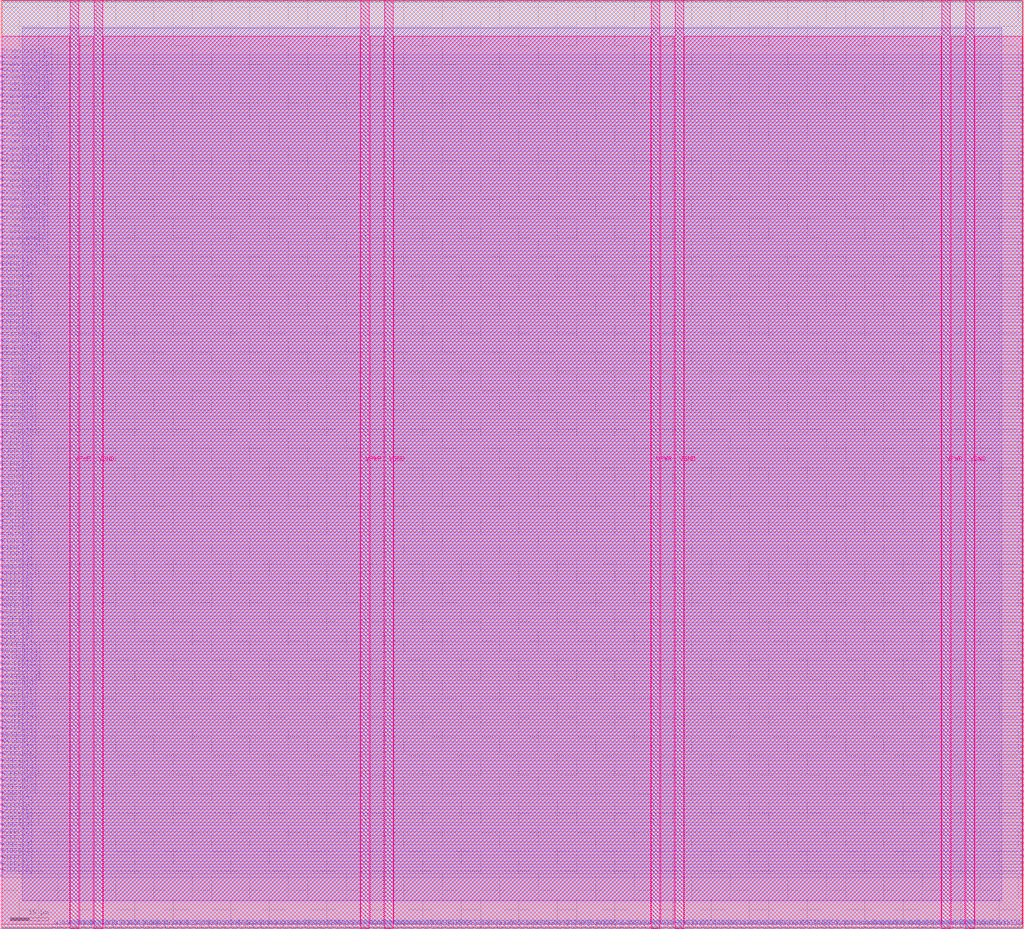
<source format=lef>
VERSION 5.7 ;
  NOWIREEXTENSIONATPIN ON ;
  DIVIDERCHAR "/" ;
  BUSBITCHARS "[]" ;
MACRO RegFile
  CLASS BLOCK ;
  FOREIGN RegFile ;
  ORIGIN 0.000 0.000 ;
  SIZE 266.400 BY 241.920 ;
  PIN E1BEG[0]
    DIRECTION OUTPUT ;
    USE SIGNAL ;
    ANTENNADIFFAREA 0.654800 ;
    PORT
      LAYER Metal2 ;
        RECT 265.950 94.300 266.400 94.700 ;
    END
  END E1BEG[0]
  PIN E1BEG[1]
    DIRECTION OUTPUT ;
    USE SIGNAL ;
    ANTENNADIFFAREA 0.654800 ;
    PORT
      LAYER Metal2 ;
        RECT 265.950 95.980 266.400 96.380 ;
    END
  END E1BEG[1]
  PIN E1BEG[2]
    DIRECTION OUTPUT ;
    USE SIGNAL ;
    ANTENNADIFFAREA 0.654800 ;
    PORT
      LAYER Metal2 ;
        RECT 265.950 97.660 266.400 98.060 ;
    END
  END E1BEG[2]
  PIN E1BEG[3]
    DIRECTION OUTPUT ;
    USE SIGNAL ;
    ANTENNADIFFAREA 0.654800 ;
    PORT
      LAYER Metal2 ;
        RECT 265.950 99.340 266.400 99.740 ;
    END
  END E1BEG[3]
  PIN E1END[0]
    DIRECTION INPUT ;
    USE SIGNAL ;
    ANTENNAGATEAREA 0.180700 ;
    PORT
      LAYER Metal2 ;
        RECT 0.000 94.300 0.450 94.700 ;
    END
  END E1END[0]
  PIN E1END[1]
    DIRECTION INPUT ;
    USE SIGNAL ;
    ANTENNAGATEAREA 1.450800 ;
    PORT
      LAYER Metal2 ;
        RECT 0.000 95.980 0.450 96.380 ;
    END
  END E1END[1]
  PIN E1END[2]
    DIRECTION INPUT ;
    USE SIGNAL ;
    ANTENNAGATEAREA 0.180700 ;
    PORT
      LAYER Metal2 ;
        RECT 0.000 97.660 0.450 98.060 ;
    END
  END E1END[2]
  PIN E1END[3]
    DIRECTION INPUT ;
    USE SIGNAL ;
    ANTENNAGATEAREA 0.180700 ;
    PORT
      LAYER Metal2 ;
        RECT 0.000 99.340 0.450 99.740 ;
    END
  END E1END[3]
  PIN E2BEG[0]
    DIRECTION OUTPUT ;
    USE SIGNAL ;
    ANTENNADIFFAREA 0.654800 ;
    PORT
      LAYER Metal2 ;
        RECT 265.950 101.020 266.400 101.420 ;
    END
  END E2BEG[0]
  PIN E2BEG[1]
    DIRECTION OUTPUT ;
    USE SIGNAL ;
    ANTENNADIFFAREA 0.654800 ;
    PORT
      LAYER Metal2 ;
        RECT 265.950 102.700 266.400 103.100 ;
    END
  END E2BEG[1]
  PIN E2BEG[2]
    DIRECTION OUTPUT ;
    USE SIGNAL ;
    ANTENNADIFFAREA 0.654800 ;
    PORT
      LAYER Metal2 ;
        RECT 265.950 104.380 266.400 104.780 ;
    END
  END E2BEG[2]
  PIN E2BEG[3]
    DIRECTION OUTPUT ;
    USE SIGNAL ;
    ANTENNADIFFAREA 0.654800 ;
    PORT
      LAYER Metal2 ;
        RECT 265.950 106.060 266.400 106.460 ;
    END
  END E2BEG[3]
  PIN E2BEG[4]
    DIRECTION OUTPUT ;
    USE SIGNAL ;
    ANTENNADIFFAREA 0.654800 ;
    PORT
      LAYER Metal2 ;
        RECT 265.950 107.740 266.400 108.140 ;
    END
  END E2BEG[4]
  PIN E2BEG[5]
    DIRECTION OUTPUT ;
    USE SIGNAL ;
    ANTENNADIFFAREA 2.827200 ;
    PORT
      LAYER Metal2 ;
        RECT 265.950 109.420 266.400 109.820 ;
    END
  END E2BEG[5]
  PIN E2BEG[6]
    DIRECTION OUTPUT ;
    USE SIGNAL ;
    ANTENNADIFFAREA 0.654800 ;
    PORT
      LAYER Metal2 ;
        RECT 265.950 111.100 266.400 111.500 ;
    END
  END E2BEG[6]
  PIN E2BEG[7]
    DIRECTION OUTPUT ;
    USE SIGNAL ;
    ANTENNADIFFAREA 0.654800 ;
    PORT
      LAYER Metal2 ;
        RECT 265.950 112.780 266.400 113.180 ;
    END
  END E2BEG[7]
  PIN E2BEGb[0]
    DIRECTION OUTPUT ;
    USE SIGNAL ;
    ANTENNADIFFAREA 0.654800 ;
    PORT
      LAYER Metal2 ;
        RECT 265.950 114.460 266.400 114.860 ;
    END
  END E2BEGb[0]
  PIN E2BEGb[1]
    DIRECTION OUTPUT ;
    USE SIGNAL ;
    ANTENNADIFFAREA 0.654800 ;
    PORT
      LAYER Metal2 ;
        RECT 265.950 116.140 266.400 116.540 ;
    END
  END E2BEGb[1]
  PIN E2BEGb[2]
    DIRECTION OUTPUT ;
    USE SIGNAL ;
    ANTENNADIFFAREA 0.654800 ;
    PORT
      LAYER Metal2 ;
        RECT 265.950 117.820 266.400 118.220 ;
    END
  END E2BEGb[2]
  PIN E2BEGb[3]
    DIRECTION OUTPUT ;
    USE SIGNAL ;
    ANTENNADIFFAREA 0.654800 ;
    PORT
      LAYER Metal2 ;
        RECT 265.950 119.500 266.400 119.900 ;
    END
  END E2BEGb[3]
  PIN E2BEGb[4]
    DIRECTION OUTPUT ;
    USE SIGNAL ;
    ANTENNADIFFAREA 0.654800 ;
    PORT
      LAYER Metal2 ;
        RECT 265.950 121.180 266.400 121.580 ;
    END
  END E2BEGb[4]
  PIN E2BEGb[5]
    DIRECTION OUTPUT ;
    USE SIGNAL ;
    ANTENNADIFFAREA 0.654800 ;
    PORT
      LAYER Metal2 ;
        RECT 265.950 122.860 266.400 123.260 ;
    END
  END E2BEGb[5]
  PIN E2BEGb[6]
    DIRECTION OUTPUT ;
    USE SIGNAL ;
    ANTENNADIFFAREA 0.654800 ;
    PORT
      LAYER Metal2 ;
        RECT 265.950 124.540 266.400 124.940 ;
    END
  END E2BEGb[6]
  PIN E2BEGb[7]
    DIRECTION OUTPUT ;
    USE SIGNAL ;
    ANTENNADIFFAREA 0.654800 ;
    PORT
      LAYER Metal2 ;
        RECT 265.950 126.220 266.400 126.620 ;
    END
  END E2BEGb[7]
  PIN E2END[0]
    DIRECTION INPUT ;
    USE SIGNAL ;
    ANTENNAGATEAREA 0.180700 ;
    PORT
      LAYER Metal2 ;
        RECT 0.000 114.460 0.450 114.860 ;
    END
  END E2END[0]
  PIN E2END[1]
    DIRECTION INPUT ;
    USE SIGNAL ;
    ANTENNAGATEAREA 0.180700 ;
    PORT
      LAYER Metal2 ;
        RECT 0.000 116.140 0.450 116.540 ;
    END
  END E2END[1]
  PIN E2END[2]
    DIRECTION INPUT ;
    USE SIGNAL ;
    ANTENNAGATEAREA 0.180700 ;
    PORT
      LAYER Metal2 ;
        RECT 0.000 117.820 0.450 118.220 ;
    END
  END E2END[2]
  PIN E2END[3]
    DIRECTION INPUT ;
    USE SIGNAL ;
    ANTENNAGATEAREA 0.180700 ;
    PORT
      LAYER Metal2 ;
        RECT 0.000 119.500 0.450 119.900 ;
    END
  END E2END[3]
  PIN E2END[4]
    DIRECTION INPUT ;
    USE SIGNAL ;
    ANTENNAGATEAREA 0.180700 ;
    PORT
      LAYER Metal2 ;
        RECT 0.000 121.180 0.450 121.580 ;
    END
  END E2END[4]
  PIN E2END[5]
    DIRECTION INPUT ;
    USE SIGNAL ;
    ANTENNAGATEAREA 0.180700 ;
    PORT
      LAYER Metal2 ;
        RECT 0.000 122.860 0.450 123.260 ;
    END
  END E2END[5]
  PIN E2END[6]
    DIRECTION INPUT ;
    USE SIGNAL ;
    ANTENNAGATEAREA 0.180700 ;
    PORT
      LAYER Metal2 ;
        RECT 0.000 124.540 0.450 124.940 ;
    END
  END E2END[6]
  PIN E2END[7]
    DIRECTION INPUT ;
    USE SIGNAL ;
    ANTENNAGATEAREA 0.180700 ;
    PORT
      LAYER Metal2 ;
        RECT 0.000 126.220 0.450 126.620 ;
    END
  END E2END[7]
  PIN E2MID[0]
    DIRECTION INPUT ;
    USE SIGNAL ;
    ANTENNAGATEAREA 0.180700 ;
    PORT
      LAYER Metal2 ;
        RECT 0.000 101.020 0.450 101.420 ;
    END
  END E2MID[0]
  PIN E2MID[1]
    DIRECTION INPUT ;
    USE SIGNAL ;
    ANTENNAGATEAREA 0.180700 ;
    PORT
      LAYER Metal2 ;
        RECT 0.000 102.700 0.450 103.100 ;
    END
  END E2MID[1]
  PIN E2MID[2]
    DIRECTION INPUT ;
    USE SIGNAL ;
    ANTENNAGATEAREA 0.180700 ;
    PORT
      LAYER Metal2 ;
        RECT 0.000 104.380 0.450 104.780 ;
    END
  END E2MID[2]
  PIN E2MID[3]
    DIRECTION INPUT ;
    USE SIGNAL ;
    ANTENNAGATEAREA 0.180700 ;
    PORT
      LAYER Metal2 ;
        RECT 0.000 106.060 0.450 106.460 ;
    END
  END E2MID[3]
  PIN E2MID[4]
    DIRECTION INPUT ;
    USE SIGNAL ;
    ANTENNAGATEAREA 0.180700 ;
    PORT
      LAYER Metal2 ;
        RECT 0.000 107.740 0.450 108.140 ;
    END
  END E2MID[4]
  PIN E2MID[5]
    DIRECTION INPUT ;
    USE SIGNAL ;
    ANTENNAGATEAREA 0.180700 ;
    PORT
      LAYER Metal2 ;
        RECT 0.000 109.420 0.450 109.820 ;
    END
  END E2MID[5]
  PIN E2MID[6]
    DIRECTION INPUT ;
    USE SIGNAL ;
    ANTENNAGATEAREA 0.180700 ;
    PORT
      LAYER Metal2 ;
        RECT 0.000 111.100 0.450 111.500 ;
    END
  END E2MID[6]
  PIN E2MID[7]
    DIRECTION INPUT ;
    USE SIGNAL ;
    ANTENNAGATEAREA 0.180700 ;
    PORT
      LAYER Metal2 ;
        RECT 0.000 112.780 0.450 113.180 ;
    END
  END E2MID[7]
  PIN E6BEG[0]
    DIRECTION OUTPUT ;
    USE SIGNAL ;
    ANTENNADIFFAREA 0.654800 ;
    PORT
      LAYER Metal2 ;
        RECT 265.950 154.780 266.400 155.180 ;
    END
  END E6BEG[0]
  PIN E6BEG[10]
    DIRECTION OUTPUT ;
    USE SIGNAL ;
    ANTENNADIFFAREA 0.654800 ;
    PORT
      LAYER Metal2 ;
        RECT 265.950 171.580 266.400 171.980 ;
    END
  END E6BEG[10]
  PIN E6BEG[11]
    DIRECTION OUTPUT ;
    USE SIGNAL ;
    ANTENNADIFFAREA 0.654800 ;
    PORT
      LAYER Metal2 ;
        RECT 265.950 173.260 266.400 173.660 ;
    END
  END E6BEG[11]
  PIN E6BEG[1]
    DIRECTION OUTPUT ;
    USE SIGNAL ;
    ANTENNADIFFAREA 0.654800 ;
    PORT
      LAYER Metal2 ;
        RECT 265.950 156.460 266.400 156.860 ;
    END
  END E6BEG[1]
  PIN E6BEG[2]
    DIRECTION OUTPUT ;
    USE SIGNAL ;
    ANTENNADIFFAREA 0.654800 ;
    PORT
      LAYER Metal2 ;
        RECT 265.950 158.140 266.400 158.540 ;
    END
  END E6BEG[2]
  PIN E6BEG[3]
    DIRECTION OUTPUT ;
    USE SIGNAL ;
    ANTENNADIFFAREA 0.654800 ;
    PORT
      LAYER Metal2 ;
        RECT 265.950 159.820 266.400 160.220 ;
    END
  END E6BEG[3]
  PIN E6BEG[4]
    DIRECTION OUTPUT ;
    USE SIGNAL ;
    ANTENNADIFFAREA 0.654800 ;
    PORT
      LAYER Metal2 ;
        RECT 265.950 161.500 266.400 161.900 ;
    END
  END E6BEG[4]
  PIN E6BEG[5]
    DIRECTION OUTPUT ;
    USE SIGNAL ;
    ANTENNADIFFAREA 0.654800 ;
    PORT
      LAYER Metal2 ;
        RECT 265.950 163.180 266.400 163.580 ;
    END
  END E6BEG[5]
  PIN E6BEG[6]
    DIRECTION OUTPUT ;
    USE SIGNAL ;
    ANTENNADIFFAREA 0.654800 ;
    PORT
      LAYER Metal2 ;
        RECT 265.950 164.860 266.400 165.260 ;
    END
  END E6BEG[6]
  PIN E6BEG[7]
    DIRECTION OUTPUT ;
    USE SIGNAL ;
    ANTENNADIFFAREA 0.654800 ;
    PORT
      LAYER Metal2 ;
        RECT 265.950 166.540 266.400 166.940 ;
    END
  END E6BEG[7]
  PIN E6BEG[8]
    DIRECTION OUTPUT ;
    USE SIGNAL ;
    ANTENNADIFFAREA 0.654800 ;
    PORT
      LAYER Metal2 ;
        RECT 265.950 168.220 266.400 168.620 ;
    END
  END E6BEG[8]
  PIN E6BEG[9]
    DIRECTION OUTPUT ;
    USE SIGNAL ;
    ANTENNADIFFAREA 0.654800 ;
    PORT
      LAYER Metal2 ;
        RECT 265.950 169.900 266.400 170.300 ;
    END
  END E6BEG[9]
  PIN E6END[0]
    DIRECTION INPUT ;
    USE SIGNAL ;
    ANTENNAGATEAREA 0.361400 ;
    PORT
      LAYER Metal2 ;
        RECT 0.000 154.780 0.450 155.180 ;
    END
  END E6END[0]
  PIN E6END[10]
    DIRECTION INPUT ;
    USE SIGNAL ;
    ANTENNAGATEAREA 0.180700 ;
    PORT
      LAYER Metal2 ;
        RECT 0.000 171.580 0.450 171.980 ;
    END
  END E6END[10]
  PIN E6END[11]
    DIRECTION INPUT ;
    USE SIGNAL ;
    ANTENNAGATEAREA 0.180700 ;
    PORT
      LAYER Metal2 ;
        RECT 0.000 173.260 0.450 173.660 ;
    END
  END E6END[11]
  PIN E6END[1]
    DIRECTION INPUT ;
    USE SIGNAL ;
    ANTENNAGATEAREA 0.361400 ;
    PORT
      LAYER Metal2 ;
        RECT 0.000 156.460 0.450 156.860 ;
    END
  END E6END[1]
  PIN E6END[2]
    DIRECTION INPUT ;
    USE SIGNAL ;
    ANTENNAGATEAREA 0.180700 ;
    PORT
      LAYER Metal2 ;
        RECT 0.000 158.140 0.450 158.540 ;
    END
  END E6END[2]
  PIN E6END[3]
    DIRECTION INPUT ;
    USE SIGNAL ;
    ANTENNAGATEAREA 0.180700 ;
    PORT
      LAYER Metal2 ;
        RECT 0.000 159.820 0.450 160.220 ;
    END
  END E6END[3]
  PIN E6END[4]
    DIRECTION INPUT ;
    USE SIGNAL ;
    ANTENNAGATEAREA 0.180700 ;
    PORT
      LAYER Metal2 ;
        RECT 0.000 161.500 0.450 161.900 ;
    END
  END E6END[4]
  PIN E6END[5]
    DIRECTION INPUT ;
    USE SIGNAL ;
    ANTENNAGATEAREA 0.180700 ;
    PORT
      LAYER Metal2 ;
        RECT 0.000 163.180 0.450 163.580 ;
    END
  END E6END[5]
  PIN E6END[6]
    DIRECTION INPUT ;
    USE SIGNAL ;
    ANTENNAGATEAREA 0.180700 ;
    PORT
      LAYER Metal2 ;
        RECT 0.000 164.860 0.450 165.260 ;
    END
  END E6END[6]
  PIN E6END[7]
    DIRECTION INPUT ;
    USE SIGNAL ;
    ANTENNAGATEAREA 0.180700 ;
    PORT
      LAYER Metal2 ;
        RECT 0.000 166.540 0.450 166.940 ;
    END
  END E6END[7]
  PIN E6END[8]
    DIRECTION INPUT ;
    USE SIGNAL ;
    ANTENNAGATEAREA 0.180700 ;
    PORT
      LAYER Metal2 ;
        RECT 0.000 168.220 0.450 168.620 ;
    END
  END E6END[8]
  PIN E6END[9]
    DIRECTION INPUT ;
    USE SIGNAL ;
    ANTENNAGATEAREA 0.180700 ;
    PORT
      LAYER Metal2 ;
        RECT 0.000 169.900 0.450 170.300 ;
    END
  END E6END[9]
  PIN EE4BEG[0]
    DIRECTION OUTPUT ;
    USE SIGNAL ;
    ANTENNADIFFAREA 0.654800 ;
    PORT
      LAYER Metal2 ;
        RECT 265.950 127.900 266.400 128.300 ;
    END
  END EE4BEG[0]
  PIN EE4BEG[10]
    DIRECTION OUTPUT ;
    USE SIGNAL ;
    ANTENNADIFFAREA 0.654800 ;
    PORT
      LAYER Metal2 ;
        RECT 265.950 144.700 266.400 145.100 ;
    END
  END EE4BEG[10]
  PIN EE4BEG[11]
    DIRECTION OUTPUT ;
    USE SIGNAL ;
    ANTENNADIFFAREA 0.654800 ;
    PORT
      LAYER Metal2 ;
        RECT 265.950 146.380 266.400 146.780 ;
    END
  END EE4BEG[11]
  PIN EE4BEG[12]
    DIRECTION OUTPUT ;
    USE SIGNAL ;
    ANTENNADIFFAREA 0.654800 ;
    PORT
      LAYER Metal2 ;
        RECT 265.950 148.060 266.400 148.460 ;
    END
  END EE4BEG[12]
  PIN EE4BEG[13]
    DIRECTION OUTPUT ;
    USE SIGNAL ;
    ANTENNADIFFAREA 0.654800 ;
    PORT
      LAYER Metal2 ;
        RECT 265.950 149.740 266.400 150.140 ;
    END
  END EE4BEG[13]
  PIN EE4BEG[14]
    DIRECTION OUTPUT ;
    USE SIGNAL ;
    ANTENNADIFFAREA 0.654800 ;
    PORT
      LAYER Metal2 ;
        RECT 265.950 151.420 266.400 151.820 ;
    END
  END EE4BEG[14]
  PIN EE4BEG[15]
    DIRECTION OUTPUT ;
    USE SIGNAL ;
    ANTENNADIFFAREA 0.654800 ;
    PORT
      LAYER Metal2 ;
        RECT 265.950 153.100 266.400 153.500 ;
    END
  END EE4BEG[15]
  PIN EE4BEG[1]
    DIRECTION OUTPUT ;
    USE SIGNAL ;
    ANTENNADIFFAREA 0.654800 ;
    PORT
      LAYER Metal2 ;
        RECT 265.950 129.580 266.400 129.980 ;
    END
  END EE4BEG[1]
  PIN EE4BEG[2]
    DIRECTION OUTPUT ;
    USE SIGNAL ;
    ANTENNADIFFAREA 0.654800 ;
    PORT
      LAYER Metal2 ;
        RECT 265.950 131.260 266.400 131.660 ;
    END
  END EE4BEG[2]
  PIN EE4BEG[3]
    DIRECTION OUTPUT ;
    USE SIGNAL ;
    ANTENNADIFFAREA 0.654800 ;
    PORT
      LAYER Metal2 ;
        RECT 265.950 132.940 266.400 133.340 ;
    END
  END EE4BEG[3]
  PIN EE4BEG[4]
    DIRECTION OUTPUT ;
    USE SIGNAL ;
    ANTENNADIFFAREA 0.654800 ;
    PORT
      LAYER Metal2 ;
        RECT 265.950 134.620 266.400 135.020 ;
    END
  END EE4BEG[4]
  PIN EE4BEG[5]
    DIRECTION OUTPUT ;
    USE SIGNAL ;
    ANTENNADIFFAREA 0.654800 ;
    PORT
      LAYER Metal2 ;
        RECT 265.950 136.300 266.400 136.700 ;
    END
  END EE4BEG[5]
  PIN EE4BEG[6]
    DIRECTION OUTPUT ;
    USE SIGNAL ;
    ANTENNADIFFAREA 0.654800 ;
    PORT
      LAYER Metal2 ;
        RECT 265.950 137.980 266.400 138.380 ;
    END
  END EE4BEG[6]
  PIN EE4BEG[7]
    DIRECTION OUTPUT ;
    USE SIGNAL ;
    ANTENNADIFFAREA 0.654800 ;
    PORT
      LAYER Metal2 ;
        RECT 265.950 139.660 266.400 140.060 ;
    END
  END EE4BEG[7]
  PIN EE4BEG[8]
    DIRECTION OUTPUT ;
    USE SIGNAL ;
    ANTENNADIFFAREA 0.654800 ;
    PORT
      LAYER Metal2 ;
        RECT 265.950 141.340 266.400 141.740 ;
    END
  END EE4BEG[8]
  PIN EE4BEG[9]
    DIRECTION OUTPUT ;
    USE SIGNAL ;
    ANTENNADIFFAREA 0.654800 ;
    PORT
      LAYER Metal2 ;
        RECT 265.950 143.020 266.400 143.420 ;
    END
  END EE4BEG[9]
  PIN EE4END[0]
    DIRECTION INPUT ;
    USE SIGNAL ;
    ANTENNAGATEAREA 0.180700 ;
    PORT
      LAYER Metal2 ;
        RECT 0.000 127.900 0.450 128.300 ;
    END
  END EE4END[0]
  PIN EE4END[10]
    DIRECTION INPUT ;
    USE SIGNAL ;
    ANTENNAGATEAREA 0.180700 ;
    PORT
      LAYER Metal2 ;
        RECT 0.000 144.700 0.450 145.100 ;
    END
  END EE4END[10]
  PIN EE4END[11]
    DIRECTION INPUT ;
    USE SIGNAL ;
    ANTENNAGATEAREA 0.180700 ;
    PORT
      LAYER Metal2 ;
        RECT 0.000 146.380 0.450 146.780 ;
    END
  END EE4END[11]
  PIN EE4END[12]
    DIRECTION INPUT ;
    USE SIGNAL ;
    ANTENNAGATEAREA 0.180700 ;
    PORT
      LAYER Metal2 ;
        RECT 0.000 148.060 0.450 148.460 ;
    END
  END EE4END[12]
  PIN EE4END[13]
    DIRECTION INPUT ;
    USE SIGNAL ;
    ANTENNAGATEAREA 0.180700 ;
    PORT
      LAYER Metal2 ;
        RECT 0.000 149.740 0.450 150.140 ;
    END
  END EE4END[13]
  PIN EE4END[14]
    DIRECTION INPUT ;
    USE SIGNAL ;
    ANTENNAGATEAREA 0.180700 ;
    PORT
      LAYER Metal2 ;
        RECT 0.000 151.420 0.450 151.820 ;
    END
  END EE4END[14]
  PIN EE4END[15]
    DIRECTION INPUT ;
    USE SIGNAL ;
    ANTENNAGATEAREA 0.180700 ;
    PORT
      LAYER Metal2 ;
        RECT 0.000 153.100 0.450 153.500 ;
    END
  END EE4END[15]
  PIN EE4END[1]
    DIRECTION INPUT ;
    USE SIGNAL ;
    ANTENNAGATEAREA 0.180700 ;
    PORT
      LAYER Metal2 ;
        RECT 0.000 129.580 0.450 129.980 ;
    END
  END EE4END[1]
  PIN EE4END[2]
    DIRECTION INPUT ;
    USE SIGNAL ;
    ANTENNAGATEAREA 0.180700 ;
    PORT
      LAYER Metal2 ;
        RECT 0.000 131.260 0.450 131.660 ;
    END
  END EE4END[2]
  PIN EE4END[3]
    DIRECTION INPUT ;
    USE SIGNAL ;
    ANTENNAGATEAREA 0.180700 ;
    PORT
      LAYER Metal2 ;
        RECT 0.000 132.940 0.450 133.340 ;
    END
  END EE4END[3]
  PIN EE4END[4]
    DIRECTION INPUT ;
    USE SIGNAL ;
    ANTENNAGATEAREA 0.180700 ;
    PORT
      LAYER Metal2 ;
        RECT 0.000 134.620 0.450 135.020 ;
    END
  END EE4END[4]
  PIN EE4END[5]
    DIRECTION INPUT ;
    USE SIGNAL ;
    ANTENNAGATEAREA 0.180700 ;
    PORT
      LAYER Metal2 ;
        RECT 0.000 136.300 0.450 136.700 ;
    END
  END EE4END[5]
  PIN EE4END[6]
    DIRECTION INPUT ;
    USE SIGNAL ;
    ANTENNAGATEAREA 0.180700 ;
    PORT
      LAYER Metal2 ;
        RECT 0.000 137.980 0.450 138.380 ;
    END
  END EE4END[6]
  PIN EE4END[7]
    DIRECTION INPUT ;
    USE SIGNAL ;
    ANTENNAGATEAREA 0.180700 ;
    PORT
      LAYER Metal2 ;
        RECT 0.000 139.660 0.450 140.060 ;
    END
  END EE4END[7]
  PIN EE4END[8]
    DIRECTION INPUT ;
    USE SIGNAL ;
    ANTENNAGATEAREA 0.180700 ;
    PORT
      LAYER Metal2 ;
        RECT 0.000 141.340 0.450 141.740 ;
    END
  END EE4END[8]
  PIN EE4END[9]
    DIRECTION INPUT ;
    USE SIGNAL ;
    ANTENNAGATEAREA 0.180700 ;
    PORT
      LAYER Metal2 ;
        RECT 0.000 143.020 0.450 143.420 ;
    END
  END EE4END[9]
  PIN FrameData[0]
    DIRECTION INPUT ;
    USE SIGNAL ;
    ANTENNAGATEAREA 0.361400 ;
    PORT
      LAYER Metal2 ;
        RECT 0.000 174.940 0.450 175.340 ;
    END
  END FrameData[0]
  PIN FrameData[10]
    DIRECTION INPUT ;
    USE SIGNAL ;
    ANTENNAGATEAREA 0.180700 ;
    PORT
      LAYER Metal2 ;
        RECT 0.000 191.740 0.450 192.140 ;
    END
  END FrameData[10]
  PIN FrameData[11]
    DIRECTION INPUT ;
    USE SIGNAL ;
    ANTENNAGATEAREA 0.180700 ;
    PORT
      LAYER Metal2 ;
        RECT 0.000 193.420 0.450 193.820 ;
    END
  END FrameData[11]
  PIN FrameData[12]
    DIRECTION INPUT ;
    USE SIGNAL ;
    ANTENNAGATEAREA 0.361400 ;
    PORT
      LAYER Metal2 ;
        RECT 0.000 195.100 0.450 195.500 ;
    END
  END FrameData[12]
  PIN FrameData[13]
    DIRECTION INPUT ;
    USE SIGNAL ;
    ANTENNAGATEAREA 0.180700 ;
    PORT
      LAYER Metal2 ;
        RECT 0.000 196.780 0.450 197.180 ;
    END
  END FrameData[13]
  PIN FrameData[14]
    DIRECTION INPUT ;
    USE SIGNAL ;
    ANTENNAGATEAREA 0.180700 ;
    PORT
      LAYER Metal2 ;
        RECT 0.000 198.460 0.450 198.860 ;
    END
  END FrameData[14]
  PIN FrameData[15]
    DIRECTION INPUT ;
    USE SIGNAL ;
    ANTENNAGATEAREA 0.180700 ;
    PORT
      LAYER Metal2 ;
        RECT 0.000 200.140 0.450 200.540 ;
    END
  END FrameData[15]
  PIN FrameData[16]
    DIRECTION INPUT ;
    USE SIGNAL ;
    ANTENNAGATEAREA 0.180700 ;
    PORT
      LAYER Metal2 ;
        RECT 0.000 201.820 0.450 202.220 ;
    END
  END FrameData[16]
  PIN FrameData[17]
    DIRECTION INPUT ;
    USE SIGNAL ;
    ANTENNAGATEAREA 0.180700 ;
    PORT
      LAYER Metal2 ;
        RECT 0.000 203.500 0.450 203.900 ;
    END
  END FrameData[17]
  PIN FrameData[18]
    DIRECTION INPUT ;
    USE SIGNAL ;
    ANTENNAGATEAREA 0.180700 ;
    PORT
      LAYER Metal2 ;
        RECT 0.000 205.180 0.450 205.580 ;
    END
  END FrameData[18]
  PIN FrameData[19]
    DIRECTION INPUT ;
    USE SIGNAL ;
    ANTENNAGATEAREA 0.180700 ;
    PORT
      LAYER Metal2 ;
        RECT 0.000 206.860 0.450 207.260 ;
    END
  END FrameData[19]
  PIN FrameData[1]
    DIRECTION INPUT ;
    USE SIGNAL ;
    ANTENNAGATEAREA 0.361400 ;
    PORT
      LAYER Metal2 ;
        RECT 0.000 176.620 0.450 177.020 ;
    END
  END FrameData[1]
  PIN FrameData[20]
    DIRECTION INPUT ;
    USE SIGNAL ;
    ANTENNAGATEAREA 0.361400 ;
    PORT
      LAYER Metal2 ;
        RECT 0.000 208.540 0.450 208.940 ;
    END
  END FrameData[20]
  PIN FrameData[21]
    DIRECTION INPUT ;
    USE SIGNAL ;
    ANTENNAGATEAREA 0.361400 ;
    PORT
      LAYER Metal2 ;
        RECT 0.000 210.220 0.450 210.620 ;
    END
  END FrameData[21]
  PIN FrameData[22]
    DIRECTION INPUT ;
    USE SIGNAL ;
    ANTENNAGATEAREA 0.361400 ;
    PORT
      LAYER Metal2 ;
        RECT 0.000 211.900 0.450 212.300 ;
    END
  END FrameData[22]
  PIN FrameData[23]
    DIRECTION INPUT ;
    USE SIGNAL ;
    ANTENNAGATEAREA 0.180700 ;
    PORT
      LAYER Metal2 ;
        RECT 0.000 213.580 0.450 213.980 ;
    END
  END FrameData[23]
  PIN FrameData[24]
    DIRECTION INPUT ;
    USE SIGNAL ;
    ANTENNAGATEAREA 0.361400 ;
    PORT
      LAYER Metal2 ;
        RECT 0.000 215.260 0.450 215.660 ;
    END
  END FrameData[24]
  PIN FrameData[25]
    DIRECTION INPUT ;
    USE SIGNAL ;
    ANTENNAGATEAREA 0.361400 ;
    PORT
      LAYER Metal2 ;
        RECT 0.000 216.940 0.450 217.340 ;
    END
  END FrameData[25]
  PIN FrameData[26]
    DIRECTION INPUT ;
    USE SIGNAL ;
    ANTENNAGATEAREA 0.180700 ;
    PORT
      LAYER Metal2 ;
        RECT 0.000 218.620 0.450 219.020 ;
    END
  END FrameData[26]
  PIN FrameData[27]
    DIRECTION INPUT ;
    USE SIGNAL ;
    ANTENNAGATEAREA 0.361400 ;
    PORT
      LAYER Metal2 ;
        RECT 0.000 220.300 0.450 220.700 ;
    END
  END FrameData[27]
  PIN FrameData[28]
    DIRECTION INPUT ;
    USE SIGNAL ;
    ANTENNAGATEAREA 0.180700 ;
    PORT
      LAYER Metal2 ;
        RECT 0.000 221.980 0.450 222.380 ;
    END
  END FrameData[28]
  PIN FrameData[29]
    DIRECTION INPUT ;
    USE SIGNAL ;
    ANTENNAGATEAREA 0.361400 ;
    PORT
      LAYER Metal2 ;
        RECT 0.000 223.660 0.450 224.060 ;
    END
  END FrameData[29]
  PIN FrameData[2]
    DIRECTION INPUT ;
    USE SIGNAL ;
    ANTENNAGATEAREA 0.180700 ;
    PORT
      LAYER Metal2 ;
        RECT 0.000 178.300 0.450 178.700 ;
    END
  END FrameData[2]
  PIN FrameData[30]
    DIRECTION INPUT ;
    USE SIGNAL ;
    ANTENNAGATEAREA 0.180700 ;
    PORT
      LAYER Metal2 ;
        RECT 0.000 225.340 0.450 225.740 ;
    END
  END FrameData[30]
  PIN FrameData[31]
    DIRECTION INPUT ;
    USE SIGNAL ;
    ANTENNAGATEAREA 0.361400 ;
    PORT
      LAYER Metal2 ;
        RECT 0.000 227.020 0.450 227.420 ;
    END
  END FrameData[31]
  PIN FrameData[3]
    DIRECTION INPUT ;
    USE SIGNAL ;
    ANTENNAGATEAREA 0.361400 ;
    PORT
      LAYER Metal2 ;
        RECT 0.000 179.980 0.450 180.380 ;
    END
  END FrameData[3]
  PIN FrameData[4]
    DIRECTION INPUT ;
    USE SIGNAL ;
    ANTENNAGATEAREA 0.180700 ;
    PORT
      LAYER Metal2 ;
        RECT 0.000 181.660 0.450 182.060 ;
    END
  END FrameData[4]
  PIN FrameData[5]
    DIRECTION INPUT ;
    USE SIGNAL ;
    ANTENNAGATEAREA 0.180700 ;
    PORT
      LAYER Metal2 ;
        RECT 0.000 183.340 0.450 183.740 ;
    END
  END FrameData[5]
  PIN FrameData[6]
    DIRECTION INPUT ;
    USE SIGNAL ;
    ANTENNAGATEAREA 0.180700 ;
    PORT
      LAYER Metal2 ;
        RECT 0.000 185.020 0.450 185.420 ;
    END
  END FrameData[6]
  PIN FrameData[7]
    DIRECTION INPUT ;
    USE SIGNAL ;
    ANTENNAGATEAREA 0.180700 ;
    PORT
      LAYER Metal2 ;
        RECT 0.000 186.700 0.450 187.100 ;
    END
  END FrameData[7]
  PIN FrameData[8]
    DIRECTION INPUT ;
    USE SIGNAL ;
    ANTENNAGATEAREA 0.180700 ;
    PORT
      LAYER Metal2 ;
        RECT 0.000 188.380 0.450 188.780 ;
    END
  END FrameData[8]
  PIN FrameData[9]
    DIRECTION INPUT ;
    USE SIGNAL ;
    ANTENNAGATEAREA 0.180700 ;
    PORT
      LAYER Metal2 ;
        RECT 0.000 190.060 0.450 190.460 ;
    END
  END FrameData[9]
  PIN FrameData_O[0]
    DIRECTION OUTPUT ;
    USE SIGNAL ;
    ANTENNADIFFAREA 0.654800 ;
    PORT
      LAYER Metal2 ;
        RECT 265.950 174.940 266.400 175.340 ;
    END
  END FrameData_O[0]
  PIN FrameData_O[10]
    DIRECTION OUTPUT ;
    USE SIGNAL ;
    ANTENNADIFFAREA 0.654800 ;
    PORT
      LAYER Metal2 ;
        RECT 265.950 191.740 266.400 192.140 ;
    END
  END FrameData_O[10]
  PIN FrameData_O[11]
    DIRECTION OUTPUT ;
    USE SIGNAL ;
    ANTENNADIFFAREA 0.654800 ;
    PORT
      LAYER Metal2 ;
        RECT 265.950 193.420 266.400 193.820 ;
    END
  END FrameData_O[11]
  PIN FrameData_O[12]
    DIRECTION OUTPUT ;
    USE SIGNAL ;
    ANTENNADIFFAREA 0.654800 ;
    PORT
      LAYER Metal2 ;
        RECT 265.950 195.100 266.400 195.500 ;
    END
  END FrameData_O[12]
  PIN FrameData_O[13]
    DIRECTION OUTPUT ;
    USE SIGNAL ;
    ANTENNADIFFAREA 0.654800 ;
    PORT
      LAYER Metal2 ;
        RECT 265.950 196.780 266.400 197.180 ;
    END
  END FrameData_O[13]
  PIN FrameData_O[14]
    DIRECTION OUTPUT ;
    USE SIGNAL ;
    ANTENNADIFFAREA 0.654800 ;
    PORT
      LAYER Metal2 ;
        RECT 265.950 198.460 266.400 198.860 ;
    END
  END FrameData_O[14]
  PIN FrameData_O[15]
    DIRECTION OUTPUT ;
    USE SIGNAL ;
    ANTENNADIFFAREA 0.654800 ;
    PORT
      LAYER Metal2 ;
        RECT 265.950 200.140 266.400 200.540 ;
    END
  END FrameData_O[15]
  PIN FrameData_O[16]
    DIRECTION OUTPUT ;
    USE SIGNAL ;
    ANTENNADIFFAREA 0.654800 ;
    PORT
      LAYER Metal2 ;
        RECT 265.950 201.820 266.400 202.220 ;
    END
  END FrameData_O[16]
  PIN FrameData_O[17]
    DIRECTION OUTPUT ;
    USE SIGNAL ;
    ANTENNADIFFAREA 0.654800 ;
    PORT
      LAYER Metal2 ;
        RECT 265.950 203.500 266.400 203.900 ;
    END
  END FrameData_O[17]
  PIN FrameData_O[18]
    DIRECTION OUTPUT ;
    USE SIGNAL ;
    ANTENNADIFFAREA 0.654800 ;
    PORT
      LAYER Metal2 ;
        RECT 265.950 205.180 266.400 205.580 ;
    END
  END FrameData_O[18]
  PIN FrameData_O[19]
    DIRECTION OUTPUT ;
    USE SIGNAL ;
    ANTENNADIFFAREA 0.654800 ;
    PORT
      LAYER Metal2 ;
        RECT 265.950 206.860 266.400 207.260 ;
    END
  END FrameData_O[19]
  PIN FrameData_O[1]
    DIRECTION OUTPUT ;
    USE SIGNAL ;
    ANTENNADIFFAREA 0.654800 ;
    PORT
      LAYER Metal2 ;
        RECT 265.950 176.620 266.400 177.020 ;
    END
  END FrameData_O[1]
  PIN FrameData_O[20]
    DIRECTION OUTPUT ;
    USE SIGNAL ;
    ANTENNADIFFAREA 0.654800 ;
    PORT
      LAYER Metal2 ;
        RECT 265.950 208.540 266.400 208.940 ;
    END
  END FrameData_O[20]
  PIN FrameData_O[21]
    DIRECTION OUTPUT ;
    USE SIGNAL ;
    ANTENNADIFFAREA 0.654800 ;
    PORT
      LAYER Metal2 ;
        RECT 265.950 210.220 266.400 210.620 ;
    END
  END FrameData_O[21]
  PIN FrameData_O[22]
    DIRECTION OUTPUT ;
    USE SIGNAL ;
    ANTENNADIFFAREA 0.654800 ;
    PORT
      LAYER Metal2 ;
        RECT 265.950 211.900 266.400 212.300 ;
    END
  END FrameData_O[22]
  PIN FrameData_O[23]
    DIRECTION OUTPUT ;
    USE SIGNAL ;
    ANTENNADIFFAREA 0.654800 ;
    PORT
      LAYER Metal2 ;
        RECT 265.950 213.580 266.400 213.980 ;
    END
  END FrameData_O[23]
  PIN FrameData_O[24]
    DIRECTION OUTPUT ;
    USE SIGNAL ;
    ANTENNADIFFAREA 0.654800 ;
    PORT
      LAYER Metal2 ;
        RECT 265.950 215.260 266.400 215.660 ;
    END
  END FrameData_O[24]
  PIN FrameData_O[25]
    DIRECTION OUTPUT ;
    USE SIGNAL ;
    ANTENNADIFFAREA 0.654800 ;
    PORT
      LAYER Metal2 ;
        RECT 265.950 216.940 266.400 217.340 ;
    END
  END FrameData_O[25]
  PIN FrameData_O[26]
    DIRECTION OUTPUT ;
    USE SIGNAL ;
    ANTENNADIFFAREA 0.654800 ;
    PORT
      LAYER Metal2 ;
        RECT 265.950 218.620 266.400 219.020 ;
    END
  END FrameData_O[26]
  PIN FrameData_O[27]
    DIRECTION OUTPUT ;
    USE SIGNAL ;
    ANTENNADIFFAREA 0.654800 ;
    PORT
      LAYER Metal2 ;
        RECT 265.950 220.300 266.400 220.700 ;
    END
  END FrameData_O[27]
  PIN FrameData_O[28]
    DIRECTION OUTPUT ;
    USE SIGNAL ;
    ANTENNADIFFAREA 0.654800 ;
    PORT
      LAYER Metal2 ;
        RECT 265.950 221.980 266.400 222.380 ;
    END
  END FrameData_O[28]
  PIN FrameData_O[29]
    DIRECTION OUTPUT ;
    USE SIGNAL ;
    ANTENNADIFFAREA 0.654800 ;
    PORT
      LAYER Metal2 ;
        RECT 265.950 223.660 266.400 224.060 ;
    END
  END FrameData_O[29]
  PIN FrameData_O[2]
    DIRECTION OUTPUT ;
    USE SIGNAL ;
    ANTENNADIFFAREA 0.654800 ;
    PORT
      LAYER Metal2 ;
        RECT 265.950 178.300 266.400 178.700 ;
    END
  END FrameData_O[2]
  PIN FrameData_O[30]
    DIRECTION OUTPUT ;
    USE SIGNAL ;
    ANTENNADIFFAREA 0.654800 ;
    PORT
      LAYER Metal2 ;
        RECT 265.950 225.340 266.400 225.740 ;
    END
  END FrameData_O[30]
  PIN FrameData_O[31]
    DIRECTION OUTPUT ;
    USE SIGNAL ;
    ANTENNADIFFAREA 0.654800 ;
    PORT
      LAYER Metal2 ;
        RECT 265.950 227.020 266.400 227.420 ;
    END
  END FrameData_O[31]
  PIN FrameData_O[3]
    DIRECTION OUTPUT ;
    USE SIGNAL ;
    ANTENNADIFFAREA 0.654800 ;
    PORT
      LAYER Metal2 ;
        RECT 265.950 179.980 266.400 180.380 ;
    END
  END FrameData_O[3]
  PIN FrameData_O[4]
    DIRECTION OUTPUT ;
    USE SIGNAL ;
    ANTENNADIFFAREA 0.654800 ;
    PORT
      LAYER Metal2 ;
        RECT 265.950 181.660 266.400 182.060 ;
    END
  END FrameData_O[4]
  PIN FrameData_O[5]
    DIRECTION OUTPUT ;
    USE SIGNAL ;
    ANTENNADIFFAREA 0.654800 ;
    PORT
      LAYER Metal2 ;
        RECT 265.950 183.340 266.400 183.740 ;
    END
  END FrameData_O[5]
  PIN FrameData_O[6]
    DIRECTION OUTPUT ;
    USE SIGNAL ;
    ANTENNADIFFAREA 0.654800 ;
    PORT
      LAYER Metal2 ;
        RECT 265.950 185.020 266.400 185.420 ;
    END
  END FrameData_O[6]
  PIN FrameData_O[7]
    DIRECTION OUTPUT ;
    USE SIGNAL ;
    ANTENNADIFFAREA 0.654800 ;
    PORT
      LAYER Metal2 ;
        RECT 265.950 186.700 266.400 187.100 ;
    END
  END FrameData_O[7]
  PIN FrameData_O[8]
    DIRECTION OUTPUT ;
    USE SIGNAL ;
    ANTENNADIFFAREA 0.654800 ;
    PORT
      LAYER Metal2 ;
        RECT 265.950 188.380 266.400 188.780 ;
    END
  END FrameData_O[8]
  PIN FrameData_O[9]
    DIRECTION OUTPUT ;
    USE SIGNAL ;
    ANTENNADIFFAREA 0.654800 ;
    PORT
      LAYER Metal2 ;
        RECT 265.950 190.060 266.400 190.460 ;
    END
  END FrameData_O[9]
  PIN FrameStrobe[0]
    DIRECTION INPUT ;
    USE SIGNAL ;
    ANTENNAGATEAREA 0.180700 ;
    PORT
      LAYER Metal3 ;
        RECT 215.320 0.000 215.720 0.400 ;
    END
  END FrameStrobe[0]
  PIN FrameStrobe[10]
    DIRECTION INPUT ;
    USE SIGNAL ;
    ANTENNAGATEAREA 0.180700 ;
    PORT
      LAYER Metal3 ;
        RECT 234.520 0.000 234.920 0.400 ;
    END
  END FrameStrobe[10]
  PIN FrameStrobe[11]
    DIRECTION INPUT ;
    USE SIGNAL ;
    ANTENNAGATEAREA 0.180700 ;
    PORT
      LAYER Metal3 ;
        RECT 236.440 0.000 236.840 0.400 ;
    END
  END FrameStrobe[11]
  PIN FrameStrobe[12]
    DIRECTION INPUT ;
    USE SIGNAL ;
    ANTENNAGATEAREA 0.180700 ;
    PORT
      LAYER Metal3 ;
        RECT 238.360 0.000 238.760 0.400 ;
    END
  END FrameStrobe[12]
  PIN FrameStrobe[13]
    DIRECTION INPUT ;
    USE SIGNAL ;
    ANTENNAGATEAREA 0.180700 ;
    PORT
      LAYER Metal3 ;
        RECT 240.280 0.000 240.680 0.400 ;
    END
  END FrameStrobe[13]
  PIN FrameStrobe[14]
    DIRECTION INPUT ;
    USE SIGNAL ;
    ANTENNAGATEAREA 0.180700 ;
    PORT
      LAYER Metal3 ;
        RECT 242.200 0.000 242.600 0.400 ;
    END
  END FrameStrobe[14]
  PIN FrameStrobe[15]
    DIRECTION INPUT ;
    USE SIGNAL ;
    ANTENNAGATEAREA 0.180700 ;
    PORT
      LAYER Metal3 ;
        RECT 244.120 0.000 244.520 0.400 ;
    END
  END FrameStrobe[15]
  PIN FrameStrobe[16]
    DIRECTION INPUT ;
    USE SIGNAL ;
    ANTENNAGATEAREA 0.180700 ;
    PORT
      LAYER Metal3 ;
        RECT 246.040 0.000 246.440 0.400 ;
    END
  END FrameStrobe[16]
  PIN FrameStrobe[17]
    DIRECTION INPUT ;
    USE SIGNAL ;
    ANTENNAGATEAREA 0.180700 ;
    PORT
      LAYER Metal3 ;
        RECT 247.960 0.000 248.360 0.400 ;
    END
  END FrameStrobe[17]
  PIN FrameStrobe[18]
    DIRECTION INPUT ;
    USE SIGNAL ;
    ANTENNAGATEAREA 0.180700 ;
    PORT
      LAYER Metal3 ;
        RECT 249.880 0.000 250.280 0.400 ;
    END
  END FrameStrobe[18]
  PIN FrameStrobe[19]
    DIRECTION INPUT ;
    USE SIGNAL ;
    ANTENNAGATEAREA 0.180700 ;
    PORT
      LAYER Metal3 ;
        RECT 251.800 0.000 252.200 0.400 ;
    END
  END FrameStrobe[19]
  PIN FrameStrobe[1]
    DIRECTION INPUT ;
    USE SIGNAL ;
    ANTENNAGATEAREA 0.180700 ;
    PORT
      LAYER Metal3 ;
        RECT 217.240 0.000 217.640 0.400 ;
    END
  END FrameStrobe[1]
  PIN FrameStrobe[2]
    DIRECTION INPUT ;
    USE SIGNAL ;
    ANTENNAGATEAREA 0.180700 ;
    PORT
      LAYER Metal3 ;
        RECT 219.160 0.000 219.560 0.400 ;
    END
  END FrameStrobe[2]
  PIN FrameStrobe[3]
    DIRECTION INPUT ;
    USE SIGNAL ;
    ANTENNAGATEAREA 0.180700 ;
    PORT
      LAYER Metal3 ;
        RECT 221.080 0.000 221.480 0.400 ;
    END
  END FrameStrobe[3]
  PIN FrameStrobe[4]
    DIRECTION INPUT ;
    USE SIGNAL ;
    ANTENNAGATEAREA 0.180700 ;
    PORT
      LAYER Metal3 ;
        RECT 223.000 0.000 223.400 0.400 ;
    END
  END FrameStrobe[4]
  PIN FrameStrobe[5]
    DIRECTION INPUT ;
    USE SIGNAL ;
    ANTENNAGATEAREA 0.180700 ;
    PORT
      LAYER Metal3 ;
        RECT 224.920 0.000 225.320 0.400 ;
    END
  END FrameStrobe[5]
  PIN FrameStrobe[6]
    DIRECTION INPUT ;
    USE SIGNAL ;
    ANTENNAGATEAREA 0.180700 ;
    PORT
      LAYER Metal3 ;
        RECT 226.840 0.000 227.240 0.400 ;
    END
  END FrameStrobe[6]
  PIN FrameStrobe[7]
    DIRECTION INPUT ;
    USE SIGNAL ;
    ANTENNAGATEAREA 0.180700 ;
    PORT
      LAYER Metal3 ;
        RECT 228.760 0.000 229.160 0.400 ;
    END
  END FrameStrobe[7]
  PIN FrameStrobe[8]
    DIRECTION INPUT ;
    USE SIGNAL ;
    ANTENNAGATEAREA 0.542100 ;
    PORT
      LAYER Metal3 ;
        RECT 230.680 0.000 231.080 0.400 ;
    END
  END FrameStrobe[8]
  PIN FrameStrobe[9]
    DIRECTION INPUT ;
    USE SIGNAL ;
    ANTENNAGATEAREA 0.180700 ;
    PORT
      LAYER Metal3 ;
        RECT 232.600 0.000 233.000 0.400 ;
    END
  END FrameStrobe[9]
  PIN FrameStrobe_O[0]
    DIRECTION OUTPUT ;
    USE SIGNAL ;
    ANTENNADIFFAREA 0.654800 ;
    PORT
      LAYER Metal3 ;
        RECT 215.320 241.520 215.720 241.920 ;
    END
  END FrameStrobe_O[0]
  PIN FrameStrobe_O[10]
    DIRECTION OUTPUT ;
    USE SIGNAL ;
    ANTENNADIFFAREA 0.654800 ;
    PORT
      LAYER Metal3 ;
        RECT 234.520 241.520 234.920 241.920 ;
    END
  END FrameStrobe_O[10]
  PIN FrameStrobe_O[11]
    DIRECTION OUTPUT ;
    USE SIGNAL ;
    ANTENNADIFFAREA 0.654800 ;
    PORT
      LAYER Metal3 ;
        RECT 236.440 241.520 236.840 241.920 ;
    END
  END FrameStrobe_O[11]
  PIN FrameStrobe_O[12]
    DIRECTION OUTPUT ;
    USE SIGNAL ;
    ANTENNADIFFAREA 0.654800 ;
    PORT
      LAYER Metal3 ;
        RECT 238.360 241.520 238.760 241.920 ;
    END
  END FrameStrobe_O[12]
  PIN FrameStrobe_O[13]
    DIRECTION OUTPUT ;
    USE SIGNAL ;
    ANTENNADIFFAREA 0.654800 ;
    PORT
      LAYER Metal3 ;
        RECT 240.280 241.520 240.680 241.920 ;
    END
  END FrameStrobe_O[13]
  PIN FrameStrobe_O[14]
    DIRECTION OUTPUT ;
    USE SIGNAL ;
    ANTENNADIFFAREA 0.654800 ;
    PORT
      LAYER Metal3 ;
        RECT 242.200 241.520 242.600 241.920 ;
    END
  END FrameStrobe_O[14]
  PIN FrameStrobe_O[15]
    DIRECTION OUTPUT ;
    USE SIGNAL ;
    ANTENNADIFFAREA 0.654800 ;
    PORT
      LAYER Metal3 ;
        RECT 244.120 241.520 244.520 241.920 ;
    END
  END FrameStrobe_O[15]
  PIN FrameStrobe_O[16]
    DIRECTION OUTPUT ;
    USE SIGNAL ;
    ANTENNADIFFAREA 0.654800 ;
    PORT
      LAYER Metal3 ;
        RECT 246.040 241.520 246.440 241.920 ;
    END
  END FrameStrobe_O[16]
  PIN FrameStrobe_O[17]
    DIRECTION OUTPUT ;
    USE SIGNAL ;
    ANTENNADIFFAREA 0.654800 ;
    PORT
      LAYER Metal3 ;
        RECT 247.960 241.520 248.360 241.920 ;
    END
  END FrameStrobe_O[17]
  PIN FrameStrobe_O[18]
    DIRECTION OUTPUT ;
    USE SIGNAL ;
    ANTENNADIFFAREA 0.654800 ;
    PORT
      LAYER Metal3 ;
        RECT 249.880 241.520 250.280 241.920 ;
    END
  END FrameStrobe_O[18]
  PIN FrameStrobe_O[19]
    DIRECTION OUTPUT ;
    USE SIGNAL ;
    ANTENNADIFFAREA 0.654800 ;
    PORT
      LAYER Metal3 ;
        RECT 251.800 241.520 252.200 241.920 ;
    END
  END FrameStrobe_O[19]
  PIN FrameStrobe_O[1]
    DIRECTION OUTPUT ;
    USE SIGNAL ;
    ANTENNADIFFAREA 0.654800 ;
    PORT
      LAYER Metal3 ;
        RECT 217.240 241.520 217.640 241.920 ;
    END
  END FrameStrobe_O[1]
  PIN FrameStrobe_O[2]
    DIRECTION OUTPUT ;
    USE SIGNAL ;
    ANTENNADIFFAREA 0.654800 ;
    PORT
      LAYER Metal3 ;
        RECT 219.160 241.520 219.560 241.920 ;
    END
  END FrameStrobe_O[2]
  PIN FrameStrobe_O[3]
    DIRECTION OUTPUT ;
    USE SIGNAL ;
    ANTENNADIFFAREA 0.654800 ;
    PORT
      LAYER Metal3 ;
        RECT 221.080 241.520 221.480 241.920 ;
    END
  END FrameStrobe_O[3]
  PIN FrameStrobe_O[4]
    DIRECTION OUTPUT ;
    USE SIGNAL ;
    ANTENNADIFFAREA 0.654800 ;
    PORT
      LAYER Metal3 ;
        RECT 223.000 241.520 223.400 241.920 ;
    END
  END FrameStrobe_O[4]
  PIN FrameStrobe_O[5]
    DIRECTION OUTPUT ;
    USE SIGNAL ;
    ANTENNADIFFAREA 0.654800 ;
    PORT
      LAYER Metal3 ;
        RECT 224.920 241.520 225.320 241.920 ;
    END
  END FrameStrobe_O[5]
  PIN FrameStrobe_O[6]
    DIRECTION OUTPUT ;
    USE SIGNAL ;
    ANTENNADIFFAREA 0.654800 ;
    PORT
      LAYER Metal3 ;
        RECT 226.840 241.520 227.240 241.920 ;
    END
  END FrameStrobe_O[6]
  PIN FrameStrobe_O[7]
    DIRECTION OUTPUT ;
    USE SIGNAL ;
    ANTENNADIFFAREA 0.654800 ;
    PORT
      LAYER Metal3 ;
        RECT 228.760 241.520 229.160 241.920 ;
    END
  END FrameStrobe_O[7]
  PIN FrameStrobe_O[8]
    DIRECTION OUTPUT ;
    USE SIGNAL ;
    ANTENNADIFFAREA 0.654800 ;
    PORT
      LAYER Metal3 ;
        RECT 230.680 241.520 231.080 241.920 ;
    END
  END FrameStrobe_O[8]
  PIN FrameStrobe_O[9]
    DIRECTION OUTPUT ;
    USE SIGNAL ;
    ANTENNADIFFAREA 0.654800 ;
    PORT
      LAYER Metal3 ;
        RECT 232.600 241.520 233.000 241.920 ;
    END
  END FrameStrobe_O[9]
  PIN N1BEG[0]
    DIRECTION OUTPUT ;
    USE SIGNAL ;
    ANTENNADIFFAREA 0.654800 ;
    PORT
      LAYER Metal3 ;
        RECT 13.720 241.520 14.120 241.920 ;
    END
  END N1BEG[0]
  PIN N1BEG[1]
    DIRECTION OUTPUT ;
    USE SIGNAL ;
    ANTENNADIFFAREA 0.654800 ;
    PORT
      LAYER Metal3 ;
        RECT 15.640 241.520 16.040 241.920 ;
    END
  END N1BEG[1]
  PIN N1BEG[2]
    DIRECTION OUTPUT ;
    USE SIGNAL ;
    ANTENNADIFFAREA 0.654800 ;
    PORT
      LAYER Metal3 ;
        RECT 17.560 241.520 17.960 241.920 ;
    END
  END N1BEG[2]
  PIN N1BEG[3]
    DIRECTION OUTPUT ;
    USE SIGNAL ;
    ANTENNADIFFAREA 0.654800 ;
    PORT
      LAYER Metal3 ;
        RECT 19.480 241.520 19.880 241.920 ;
    END
  END N1BEG[3]
  PIN N1END[0]
    DIRECTION INPUT ;
    USE SIGNAL ;
    ANTENNAGATEAREA 0.180700 ;
    PORT
      LAYER Metal3 ;
        RECT 13.720 0.000 14.120 0.400 ;
    END
  END N1END[0]
  PIN N1END[1]
    DIRECTION INPUT ;
    USE SIGNAL ;
    ANTENNAGATEAREA 1.450800 ;
    PORT
      LAYER Metal3 ;
        RECT 15.640 0.000 16.040 0.400 ;
    END
  END N1END[1]
  PIN N1END[2]
    DIRECTION INPUT ;
    USE SIGNAL ;
    ANTENNAGATEAREA 0.180700 ;
    PORT
      LAYER Metal3 ;
        RECT 17.560 0.000 17.960 0.400 ;
    END
  END N1END[2]
  PIN N1END[3]
    DIRECTION INPUT ;
    USE SIGNAL ;
    ANTENNAGATEAREA 0.180700 ;
    PORT
      LAYER Metal3 ;
        RECT 19.480 0.000 19.880 0.400 ;
    END
  END N1END[3]
  PIN N2BEG[0]
    DIRECTION OUTPUT ;
    USE SIGNAL ;
    ANTENNADIFFAREA 0.654800 ;
    PORT
      LAYER Metal3 ;
        RECT 21.400 241.520 21.800 241.920 ;
    END
  END N2BEG[0]
  PIN N2BEG[1]
    DIRECTION OUTPUT ;
    USE SIGNAL ;
    ANTENNADIFFAREA 0.654800 ;
    PORT
      LAYER Metal3 ;
        RECT 23.320 241.520 23.720 241.920 ;
    END
  END N2BEG[1]
  PIN N2BEG[2]
    DIRECTION OUTPUT ;
    USE SIGNAL ;
    ANTENNADIFFAREA 0.654800 ;
    PORT
      LAYER Metal3 ;
        RECT 25.240 241.520 25.640 241.920 ;
    END
  END N2BEG[2]
  PIN N2BEG[3]
    DIRECTION OUTPUT ;
    USE SIGNAL ;
    ANTENNADIFFAREA 0.654800 ;
    PORT
      LAYER Metal3 ;
        RECT 27.160 241.520 27.560 241.920 ;
    END
  END N2BEG[3]
  PIN N2BEG[4]
    DIRECTION OUTPUT ;
    USE SIGNAL ;
    ANTENNADIFFAREA 0.654800 ;
    PORT
      LAYER Metal3 ;
        RECT 29.080 241.520 29.480 241.920 ;
    END
  END N2BEG[4]
  PIN N2BEG[5]
    DIRECTION OUTPUT ;
    USE SIGNAL ;
    ANTENNADIFFAREA 0.654800 ;
    PORT
      LAYER Metal3 ;
        RECT 31.000 241.520 31.400 241.920 ;
    END
  END N2BEG[5]
  PIN N2BEG[6]
    DIRECTION OUTPUT ;
    USE SIGNAL ;
    ANTENNADIFFAREA 0.654800 ;
    PORT
      LAYER Metal3 ;
        RECT 32.920 241.520 33.320 241.920 ;
    END
  END N2BEG[6]
  PIN N2BEG[7]
    DIRECTION OUTPUT ;
    USE SIGNAL ;
    ANTENNADIFFAREA 0.654800 ;
    PORT
      LAYER Metal3 ;
        RECT 34.840 241.520 35.240 241.920 ;
    END
  END N2BEG[7]
  PIN N2BEGb[0]
    DIRECTION OUTPUT ;
    USE SIGNAL ;
    ANTENNADIFFAREA 0.654800 ;
    PORT
      LAYER Metal3 ;
        RECT 36.760 241.520 37.160 241.920 ;
    END
  END N2BEGb[0]
  PIN N2BEGb[1]
    DIRECTION OUTPUT ;
    USE SIGNAL ;
    ANTENNADIFFAREA 0.654800 ;
    PORT
      LAYER Metal3 ;
        RECT 38.680 241.520 39.080 241.920 ;
    END
  END N2BEGb[1]
  PIN N2BEGb[2]
    DIRECTION OUTPUT ;
    USE SIGNAL ;
    ANTENNADIFFAREA 0.654800 ;
    PORT
      LAYER Metal3 ;
        RECT 40.600 241.520 41.000 241.920 ;
    END
  END N2BEGb[2]
  PIN N2BEGb[3]
    DIRECTION OUTPUT ;
    USE SIGNAL ;
    ANTENNADIFFAREA 0.654800 ;
    PORT
      LAYER Metal3 ;
        RECT 42.520 241.520 42.920 241.920 ;
    END
  END N2BEGb[3]
  PIN N2BEGb[4]
    DIRECTION OUTPUT ;
    USE SIGNAL ;
    ANTENNADIFFAREA 0.654800 ;
    PORT
      LAYER Metal3 ;
        RECT 44.440 241.520 44.840 241.920 ;
    END
  END N2BEGb[4]
  PIN N2BEGb[5]
    DIRECTION OUTPUT ;
    USE SIGNAL ;
    ANTENNADIFFAREA 0.654800 ;
    PORT
      LAYER Metal3 ;
        RECT 46.360 241.520 46.760 241.920 ;
    END
  END N2BEGb[5]
  PIN N2BEGb[6]
    DIRECTION OUTPUT ;
    USE SIGNAL ;
    ANTENNADIFFAREA 0.654800 ;
    PORT
      LAYER Metal3 ;
        RECT 48.280 241.520 48.680 241.920 ;
    END
  END N2BEGb[6]
  PIN N2BEGb[7]
    DIRECTION OUTPUT ;
    USE SIGNAL ;
    ANTENNADIFFAREA 0.654800 ;
    PORT
      LAYER Metal3 ;
        RECT 50.200 241.520 50.600 241.920 ;
    END
  END N2BEGb[7]
  PIN N2END[0]
    DIRECTION INPUT ;
    USE SIGNAL ;
    ANTENNAGATEAREA 0.180700 ;
    PORT
      LAYER Metal3 ;
        RECT 36.760 0.000 37.160 0.400 ;
    END
  END N2END[0]
  PIN N2END[1]
    DIRECTION INPUT ;
    USE SIGNAL ;
    ANTENNAGATEAREA 0.180700 ;
    PORT
      LAYER Metal3 ;
        RECT 38.680 0.000 39.080 0.400 ;
    END
  END N2END[1]
  PIN N2END[2]
    DIRECTION INPUT ;
    USE SIGNAL ;
    ANTENNAGATEAREA 0.180700 ;
    PORT
      LAYER Metal3 ;
        RECT 40.600 0.000 41.000 0.400 ;
    END
  END N2END[2]
  PIN N2END[3]
    DIRECTION INPUT ;
    USE SIGNAL ;
    ANTENNAGATEAREA 0.180700 ;
    PORT
      LAYER Metal3 ;
        RECT 42.520 0.000 42.920 0.400 ;
    END
  END N2END[3]
  PIN N2END[4]
    DIRECTION INPUT ;
    USE SIGNAL ;
    ANTENNAGATEAREA 0.180700 ;
    PORT
      LAYER Metal3 ;
        RECT 44.440 0.000 44.840 0.400 ;
    END
  END N2END[4]
  PIN N2END[5]
    DIRECTION INPUT ;
    USE SIGNAL ;
    ANTENNAGATEAREA 0.213200 ;
    PORT
      LAYER Metal3 ;
        RECT 46.360 0.000 46.760 0.400 ;
    END
  END N2END[5]
  PIN N2END[6]
    DIRECTION INPUT ;
    USE SIGNAL ;
    ANTENNAGATEAREA 0.180700 ;
    PORT
      LAYER Metal3 ;
        RECT 48.280 0.000 48.680 0.400 ;
    END
  END N2END[6]
  PIN N2END[7]
    DIRECTION INPUT ;
    USE SIGNAL ;
    ANTENNAGATEAREA 0.180700 ;
    PORT
      LAYER Metal3 ;
        RECT 50.200 0.000 50.600 0.400 ;
    END
  END N2END[7]
  PIN N2MID[0]
    DIRECTION INPUT ;
    USE SIGNAL ;
    ANTENNAGATEAREA 0.180700 ;
    PORT
      LAYER Metal3 ;
        RECT 21.400 0.000 21.800 0.400 ;
    END
  END N2MID[0]
  PIN N2MID[1]
    DIRECTION INPUT ;
    USE SIGNAL ;
    ANTENNAGATEAREA 0.180700 ;
    PORT
      LAYER Metal3 ;
        RECT 23.320 0.000 23.720 0.400 ;
    END
  END N2MID[1]
  PIN N2MID[2]
    DIRECTION INPUT ;
    USE SIGNAL ;
    ANTENNAGATEAREA 0.180700 ;
    PORT
      LAYER Metal3 ;
        RECT 25.240 0.000 25.640 0.400 ;
    END
  END N2MID[2]
  PIN N2MID[3]
    DIRECTION INPUT ;
    USE SIGNAL ;
    ANTENNAGATEAREA 0.180700 ;
    PORT
      LAYER Metal3 ;
        RECT 27.160 0.000 27.560 0.400 ;
    END
  END N2MID[3]
  PIN N2MID[4]
    DIRECTION INPUT ;
    USE SIGNAL ;
    ANTENNAGATEAREA 0.180700 ;
    PORT
      LAYER Metal3 ;
        RECT 29.080 0.000 29.480 0.400 ;
    END
  END N2MID[4]
  PIN N2MID[5]
    DIRECTION INPUT ;
    USE SIGNAL ;
    ANTENNAGATEAREA 0.180700 ;
    PORT
      LAYER Metal3 ;
        RECT 31.000 0.000 31.400 0.400 ;
    END
  END N2MID[5]
  PIN N2MID[6]
    DIRECTION INPUT ;
    USE SIGNAL ;
    ANTENNAGATEAREA 0.180700 ;
    PORT
      LAYER Metal3 ;
        RECT 32.920 0.000 33.320 0.400 ;
    END
  END N2MID[6]
  PIN N2MID[7]
    DIRECTION INPUT ;
    USE SIGNAL ;
    ANTENNAGATEAREA 0.180700 ;
    PORT
      LAYER Metal3 ;
        RECT 34.840 0.000 35.240 0.400 ;
    END
  END N2MID[7]
  PIN N4BEG[0]
    DIRECTION OUTPUT ;
    USE SIGNAL ;
    ANTENNADIFFAREA 0.654800 ;
    PORT
      LAYER Metal3 ;
        RECT 52.120 241.520 52.520 241.920 ;
    END
  END N4BEG[0]
  PIN N4BEG[10]
    DIRECTION OUTPUT ;
    USE SIGNAL ;
    ANTENNADIFFAREA 0.654800 ;
    PORT
      LAYER Metal3 ;
        RECT 71.320 241.520 71.720 241.920 ;
    END
  END N4BEG[10]
  PIN N4BEG[11]
    DIRECTION OUTPUT ;
    USE SIGNAL ;
    ANTENNADIFFAREA 0.654800 ;
    PORT
      LAYER Metal3 ;
        RECT 73.240 241.520 73.640 241.920 ;
    END
  END N4BEG[11]
  PIN N4BEG[12]
    DIRECTION OUTPUT ;
    USE SIGNAL ;
    ANTENNADIFFAREA 0.654800 ;
    PORT
      LAYER Metal3 ;
        RECT 75.160 241.520 75.560 241.920 ;
    END
  END N4BEG[12]
  PIN N4BEG[13]
    DIRECTION OUTPUT ;
    USE SIGNAL ;
    ANTENNADIFFAREA 0.654800 ;
    PORT
      LAYER Metal3 ;
        RECT 77.080 241.520 77.480 241.920 ;
    END
  END N4BEG[13]
  PIN N4BEG[14]
    DIRECTION OUTPUT ;
    USE SIGNAL ;
    ANTENNADIFFAREA 0.654800 ;
    PORT
      LAYER Metal3 ;
        RECT 79.000 241.520 79.400 241.920 ;
    END
  END N4BEG[14]
  PIN N4BEG[15]
    DIRECTION OUTPUT ;
    USE SIGNAL ;
    ANTENNADIFFAREA 0.654800 ;
    PORT
      LAYER Metal3 ;
        RECT 80.920 241.520 81.320 241.920 ;
    END
  END N4BEG[15]
  PIN N4BEG[1]
    DIRECTION OUTPUT ;
    USE SIGNAL ;
    ANTENNADIFFAREA 0.654800 ;
    PORT
      LAYER Metal3 ;
        RECT 54.040 241.520 54.440 241.920 ;
    END
  END N4BEG[1]
  PIN N4BEG[2]
    DIRECTION OUTPUT ;
    USE SIGNAL ;
    ANTENNADIFFAREA 0.654800 ;
    PORT
      LAYER Metal3 ;
        RECT 55.960 241.520 56.360 241.920 ;
    END
  END N4BEG[2]
  PIN N4BEG[3]
    DIRECTION OUTPUT ;
    USE SIGNAL ;
    ANTENNADIFFAREA 0.654800 ;
    PORT
      LAYER Metal3 ;
        RECT 57.880 241.520 58.280 241.920 ;
    END
  END N4BEG[3]
  PIN N4BEG[4]
    DIRECTION OUTPUT ;
    USE SIGNAL ;
    ANTENNADIFFAREA 0.654800 ;
    PORT
      LAYER Metal3 ;
        RECT 59.800 241.520 60.200 241.920 ;
    END
  END N4BEG[4]
  PIN N4BEG[5]
    DIRECTION OUTPUT ;
    USE SIGNAL ;
    ANTENNADIFFAREA 0.654800 ;
    PORT
      LAYER Metal3 ;
        RECT 61.720 241.520 62.120 241.920 ;
    END
  END N4BEG[5]
  PIN N4BEG[6]
    DIRECTION OUTPUT ;
    USE SIGNAL ;
    ANTENNADIFFAREA 0.654800 ;
    PORT
      LAYER Metal3 ;
        RECT 63.640 241.520 64.040 241.920 ;
    END
  END N4BEG[6]
  PIN N4BEG[7]
    DIRECTION OUTPUT ;
    USE SIGNAL ;
    ANTENNADIFFAREA 0.654800 ;
    PORT
      LAYER Metal3 ;
        RECT 65.560 241.520 65.960 241.920 ;
    END
  END N4BEG[7]
  PIN N4BEG[8]
    DIRECTION OUTPUT ;
    USE SIGNAL ;
    ANTENNADIFFAREA 0.654800 ;
    PORT
      LAYER Metal3 ;
        RECT 67.480 241.520 67.880 241.920 ;
    END
  END N4BEG[8]
  PIN N4BEG[9]
    DIRECTION OUTPUT ;
    USE SIGNAL ;
    ANTENNADIFFAREA 0.654800 ;
    PORT
      LAYER Metal3 ;
        RECT 69.400 241.520 69.800 241.920 ;
    END
  END N4BEG[9]
  PIN N4END[0]
    DIRECTION INPUT ;
    USE SIGNAL ;
    ANTENNAGATEAREA 0.180700 ;
    PORT
      LAYER Metal3 ;
        RECT 52.120 0.000 52.520 0.400 ;
    END
  END N4END[0]
  PIN N4END[10]
    DIRECTION INPUT ;
    USE SIGNAL ;
    ANTENNAGATEAREA 0.180700 ;
    PORT
      LAYER Metal3 ;
        RECT 71.320 0.000 71.720 0.400 ;
    END
  END N4END[10]
  PIN N4END[11]
    DIRECTION INPUT ;
    USE SIGNAL ;
    ANTENNAGATEAREA 0.180700 ;
    PORT
      LAYER Metal3 ;
        RECT 73.240 0.000 73.640 0.400 ;
    END
  END N4END[11]
  PIN N4END[12]
    DIRECTION INPUT ;
    USE SIGNAL ;
    ANTENNAGATEAREA 0.180700 ;
    PORT
      LAYER Metal3 ;
        RECT 75.160 0.000 75.560 0.400 ;
    END
  END N4END[12]
  PIN N4END[13]
    DIRECTION INPUT ;
    USE SIGNAL ;
    ANTENNAGATEAREA 0.180700 ;
    PORT
      LAYER Metal3 ;
        RECT 77.080 0.000 77.480 0.400 ;
    END
  END N4END[13]
  PIN N4END[14]
    DIRECTION INPUT ;
    USE SIGNAL ;
    ANTENNAGATEAREA 0.180700 ;
    PORT
      LAYER Metal3 ;
        RECT 79.000 0.000 79.400 0.400 ;
    END
  END N4END[14]
  PIN N4END[15]
    DIRECTION INPUT ;
    USE SIGNAL ;
    ANTENNAGATEAREA 0.180700 ;
    PORT
      LAYER Metal3 ;
        RECT 80.920 0.000 81.320 0.400 ;
    END
  END N4END[15]
  PIN N4END[1]
    DIRECTION INPUT ;
    USE SIGNAL ;
    ANTENNAGATEAREA 0.180700 ;
    PORT
      LAYER Metal3 ;
        RECT 54.040 0.000 54.440 0.400 ;
    END
  END N4END[1]
  PIN N4END[2]
    DIRECTION INPUT ;
    USE SIGNAL ;
    ANTENNAGATEAREA 0.180700 ;
    PORT
      LAYER Metal3 ;
        RECT 55.960 0.000 56.360 0.400 ;
    END
  END N4END[2]
  PIN N4END[3]
    DIRECTION INPUT ;
    USE SIGNAL ;
    ANTENNAGATEAREA 0.180700 ;
    PORT
      LAYER Metal3 ;
        RECT 57.880 0.000 58.280 0.400 ;
    END
  END N4END[3]
  PIN N4END[4]
    DIRECTION INPUT ;
    USE SIGNAL ;
    ANTENNAGATEAREA 0.180700 ;
    PORT
      LAYER Metal3 ;
        RECT 59.800 0.000 60.200 0.400 ;
    END
  END N4END[4]
  PIN N4END[5]
    DIRECTION INPUT ;
    USE SIGNAL ;
    ANTENNAGATEAREA 0.180700 ;
    PORT
      LAYER Metal3 ;
        RECT 61.720 0.000 62.120 0.400 ;
    END
  END N4END[5]
  PIN N4END[6]
    DIRECTION INPUT ;
    USE SIGNAL ;
    ANTENNAGATEAREA 0.180700 ;
    PORT
      LAYER Metal3 ;
        RECT 63.640 0.000 64.040 0.400 ;
    END
  END N4END[6]
  PIN N4END[7]
    DIRECTION INPUT ;
    USE SIGNAL ;
    ANTENNAGATEAREA 0.180700 ;
    PORT
      LAYER Metal3 ;
        RECT 65.560 0.000 65.960 0.400 ;
    END
  END N4END[7]
  PIN N4END[8]
    DIRECTION INPUT ;
    USE SIGNAL ;
    ANTENNAGATEAREA 0.180700 ;
    PORT
      LAYER Metal3 ;
        RECT 67.480 0.000 67.880 0.400 ;
    END
  END N4END[8]
  PIN N4END[9]
    DIRECTION INPUT ;
    USE SIGNAL ;
    ANTENNAGATEAREA 0.180700 ;
    PORT
      LAYER Metal3 ;
        RECT 69.400 0.000 69.800 0.400 ;
    END
  END N4END[9]
  PIN NN4BEG[0]
    DIRECTION OUTPUT ;
    USE SIGNAL ;
    ANTENNADIFFAREA 0.654800 ;
    PORT
      LAYER Metal3 ;
        RECT 82.840 241.520 83.240 241.920 ;
    END
  END NN4BEG[0]
  PIN NN4BEG[10]
    DIRECTION OUTPUT ;
    USE SIGNAL ;
    ANTENNADIFFAREA 0.654800 ;
    PORT
      LAYER Metal3 ;
        RECT 102.040 241.520 102.440 241.920 ;
    END
  END NN4BEG[10]
  PIN NN4BEG[11]
    DIRECTION OUTPUT ;
    USE SIGNAL ;
    ANTENNADIFFAREA 0.654800 ;
    PORT
      LAYER Metal3 ;
        RECT 103.960 241.520 104.360 241.920 ;
    END
  END NN4BEG[11]
  PIN NN4BEG[12]
    DIRECTION OUTPUT ;
    USE SIGNAL ;
    ANTENNADIFFAREA 0.654800 ;
    PORT
      LAYER Metal3 ;
        RECT 105.880 241.520 106.280 241.920 ;
    END
  END NN4BEG[12]
  PIN NN4BEG[13]
    DIRECTION OUTPUT ;
    USE SIGNAL ;
    ANTENNADIFFAREA 0.654800 ;
    PORT
      LAYER Metal3 ;
        RECT 107.800 241.520 108.200 241.920 ;
    END
  END NN4BEG[13]
  PIN NN4BEG[14]
    DIRECTION OUTPUT ;
    USE SIGNAL ;
    ANTENNADIFFAREA 0.654800 ;
    PORT
      LAYER Metal3 ;
        RECT 109.720 241.520 110.120 241.920 ;
    END
  END NN4BEG[14]
  PIN NN4BEG[15]
    DIRECTION OUTPUT ;
    USE SIGNAL ;
    ANTENNADIFFAREA 0.654800 ;
    PORT
      LAYER Metal3 ;
        RECT 111.640 241.520 112.040 241.920 ;
    END
  END NN4BEG[15]
  PIN NN4BEG[1]
    DIRECTION OUTPUT ;
    USE SIGNAL ;
    ANTENNADIFFAREA 0.654800 ;
    PORT
      LAYER Metal3 ;
        RECT 84.760 241.520 85.160 241.920 ;
    END
  END NN4BEG[1]
  PIN NN4BEG[2]
    DIRECTION OUTPUT ;
    USE SIGNAL ;
    ANTENNADIFFAREA 0.654800 ;
    PORT
      LAYER Metal3 ;
        RECT 86.680 241.520 87.080 241.920 ;
    END
  END NN4BEG[2]
  PIN NN4BEG[3]
    DIRECTION OUTPUT ;
    USE SIGNAL ;
    ANTENNADIFFAREA 0.654800 ;
    PORT
      LAYER Metal3 ;
        RECT 88.600 241.520 89.000 241.920 ;
    END
  END NN4BEG[3]
  PIN NN4BEG[4]
    DIRECTION OUTPUT ;
    USE SIGNAL ;
    ANTENNADIFFAREA 0.654800 ;
    PORT
      LAYER Metal3 ;
        RECT 90.520 241.520 90.920 241.920 ;
    END
  END NN4BEG[4]
  PIN NN4BEG[5]
    DIRECTION OUTPUT ;
    USE SIGNAL ;
    ANTENNADIFFAREA 0.654800 ;
    PORT
      LAYER Metal3 ;
        RECT 92.440 241.520 92.840 241.920 ;
    END
  END NN4BEG[5]
  PIN NN4BEG[6]
    DIRECTION OUTPUT ;
    USE SIGNAL ;
    ANTENNADIFFAREA 0.654800 ;
    PORT
      LAYER Metal3 ;
        RECT 94.360 241.520 94.760 241.920 ;
    END
  END NN4BEG[6]
  PIN NN4BEG[7]
    DIRECTION OUTPUT ;
    USE SIGNAL ;
    ANTENNADIFFAREA 0.654800 ;
    PORT
      LAYER Metal3 ;
        RECT 96.280 241.520 96.680 241.920 ;
    END
  END NN4BEG[7]
  PIN NN4BEG[8]
    DIRECTION OUTPUT ;
    USE SIGNAL ;
    ANTENNADIFFAREA 0.654800 ;
    PORT
      LAYER Metal3 ;
        RECT 98.200 241.520 98.600 241.920 ;
    END
  END NN4BEG[8]
  PIN NN4BEG[9]
    DIRECTION OUTPUT ;
    USE SIGNAL ;
    ANTENNADIFFAREA 0.654800 ;
    PORT
      LAYER Metal3 ;
        RECT 100.120 241.520 100.520 241.920 ;
    END
  END NN4BEG[9]
  PIN NN4END[0]
    DIRECTION INPUT ;
    USE SIGNAL ;
    ANTENNAGATEAREA 0.180700 ;
    PORT
      LAYER Metal3 ;
        RECT 82.840 0.000 83.240 0.400 ;
    END
  END NN4END[0]
  PIN NN4END[10]
    DIRECTION INPUT ;
    USE SIGNAL ;
    ANTENNAGATEAREA 0.180700 ;
    PORT
      LAYER Metal3 ;
        RECT 102.040 0.000 102.440 0.400 ;
    END
  END NN4END[10]
  PIN NN4END[11]
    DIRECTION INPUT ;
    USE SIGNAL ;
    ANTENNAGATEAREA 0.180700 ;
    PORT
      LAYER Metal3 ;
        RECT 103.960 0.000 104.360 0.400 ;
    END
  END NN4END[11]
  PIN NN4END[12]
    DIRECTION INPUT ;
    USE SIGNAL ;
    ANTENNAGATEAREA 0.180700 ;
    PORT
      LAYER Metal3 ;
        RECT 105.880 0.000 106.280 0.400 ;
    END
  END NN4END[12]
  PIN NN4END[13]
    DIRECTION INPUT ;
    USE SIGNAL ;
    ANTENNAGATEAREA 0.180700 ;
    PORT
      LAYER Metal3 ;
        RECT 107.800 0.000 108.200 0.400 ;
    END
  END NN4END[13]
  PIN NN4END[14]
    DIRECTION INPUT ;
    USE SIGNAL ;
    ANTENNAGATEAREA 0.180700 ;
    PORT
      LAYER Metal3 ;
        RECT 109.720 0.000 110.120 0.400 ;
    END
  END NN4END[14]
  PIN NN4END[15]
    DIRECTION INPUT ;
    USE SIGNAL ;
    ANTENNAGATEAREA 0.180700 ;
    PORT
      LAYER Metal3 ;
        RECT 111.640 0.000 112.040 0.400 ;
    END
  END NN4END[15]
  PIN NN4END[1]
    DIRECTION INPUT ;
    USE SIGNAL ;
    ANTENNAGATEAREA 0.180700 ;
    PORT
      LAYER Metal3 ;
        RECT 84.760 0.000 85.160 0.400 ;
    END
  END NN4END[1]
  PIN NN4END[2]
    DIRECTION INPUT ;
    USE SIGNAL ;
    ANTENNAGATEAREA 0.180700 ;
    PORT
      LAYER Metal3 ;
        RECT 86.680 0.000 87.080 0.400 ;
    END
  END NN4END[2]
  PIN NN4END[3]
    DIRECTION INPUT ;
    USE SIGNAL ;
    ANTENNAGATEAREA 0.725400 ;
    PORT
      LAYER Metal3 ;
        RECT 88.600 0.000 89.000 0.400 ;
    END
  END NN4END[3]
  PIN NN4END[4]
    DIRECTION INPUT ;
    USE SIGNAL ;
    ANTENNAGATEAREA 0.180700 ;
    PORT
      LAYER Metal3 ;
        RECT 90.520 0.000 90.920 0.400 ;
    END
  END NN4END[4]
  PIN NN4END[5]
    DIRECTION INPUT ;
    USE SIGNAL ;
    ANTENNAGATEAREA 0.180700 ;
    PORT
      LAYER Metal3 ;
        RECT 92.440 0.000 92.840 0.400 ;
    END
  END NN4END[5]
  PIN NN4END[6]
    DIRECTION INPUT ;
    USE SIGNAL ;
    ANTENNAGATEAREA 0.180700 ;
    PORT
      LAYER Metal3 ;
        RECT 94.360 0.000 94.760 0.400 ;
    END
  END NN4END[6]
  PIN NN4END[7]
    DIRECTION INPUT ;
    USE SIGNAL ;
    ANTENNAGATEAREA 0.180700 ;
    PORT
      LAYER Metal3 ;
        RECT 96.280 0.000 96.680 0.400 ;
    END
  END NN4END[7]
  PIN NN4END[8]
    DIRECTION INPUT ;
    USE SIGNAL ;
    ANTENNAGATEAREA 0.180700 ;
    PORT
      LAYER Metal3 ;
        RECT 98.200 0.000 98.600 0.400 ;
    END
  END NN4END[8]
  PIN NN4END[9]
    DIRECTION INPUT ;
    USE SIGNAL ;
    ANTENNAGATEAREA 0.180700 ;
    PORT
      LAYER Metal3 ;
        RECT 100.120 0.000 100.520 0.400 ;
    END
  END NN4END[9]
  PIN S1BEG[0]
    DIRECTION OUTPUT ;
    USE SIGNAL ;
    ANTENNADIFFAREA 0.654800 ;
    PORT
      LAYER Metal3 ;
        RECT 113.560 0.000 113.960 0.400 ;
    END
  END S1BEG[0]
  PIN S1BEG[1]
    DIRECTION OUTPUT ;
    USE SIGNAL ;
    ANTENNADIFFAREA 0.654800 ;
    PORT
      LAYER Metal3 ;
        RECT 115.480 0.000 115.880 0.400 ;
    END
  END S1BEG[1]
  PIN S1BEG[2]
    DIRECTION OUTPUT ;
    USE SIGNAL ;
    ANTENNADIFFAREA 0.654800 ;
    PORT
      LAYER Metal3 ;
        RECT 117.400 0.000 117.800 0.400 ;
    END
  END S1BEG[2]
  PIN S1BEG[3]
    DIRECTION OUTPUT ;
    USE SIGNAL ;
    ANTENNADIFFAREA 0.654800 ;
    PORT
      LAYER Metal3 ;
        RECT 119.320 0.000 119.720 0.400 ;
    END
  END S1BEG[3]
  PIN S1END[0]
    DIRECTION INPUT ;
    USE SIGNAL ;
    ANTENNAGATEAREA 0.180700 ;
    PORT
      LAYER Metal3 ;
        RECT 113.560 241.520 113.960 241.920 ;
    END
  END S1END[0]
  PIN S1END[1]
    DIRECTION INPUT ;
    USE SIGNAL ;
    ANTENNAGATEAREA 0.213200 ;
    PORT
      LAYER Metal3 ;
        RECT 115.480 241.520 115.880 241.920 ;
    END
  END S1END[1]
  PIN S1END[2]
    DIRECTION INPUT ;
    USE SIGNAL ;
    ANTENNAGATEAREA 0.180700 ;
    PORT
      LAYER Metal3 ;
        RECT 117.400 241.520 117.800 241.920 ;
    END
  END S1END[2]
  PIN S1END[3]
    DIRECTION INPUT ;
    USE SIGNAL ;
    ANTENNAGATEAREA 0.180700 ;
    PORT
      LAYER Metal3 ;
        RECT 119.320 241.520 119.720 241.920 ;
    END
  END S1END[3]
  PIN S2BEG[0]
    DIRECTION OUTPUT ;
    USE SIGNAL ;
    ANTENNADIFFAREA 0.654800 ;
    PORT
      LAYER Metal3 ;
        RECT 121.240 0.000 121.640 0.400 ;
    END
  END S2BEG[0]
  PIN S2BEG[1]
    DIRECTION OUTPUT ;
    USE SIGNAL ;
    ANTENNADIFFAREA 0.654800 ;
    PORT
      LAYER Metal3 ;
        RECT 123.160 0.000 123.560 0.400 ;
    END
  END S2BEG[1]
  PIN S2BEG[2]
    DIRECTION OUTPUT ;
    USE SIGNAL ;
    ANTENNADIFFAREA 0.654800 ;
    PORT
      LAYER Metal3 ;
        RECT 125.080 0.000 125.480 0.400 ;
    END
  END S2BEG[2]
  PIN S2BEG[3]
    DIRECTION OUTPUT ;
    USE SIGNAL ;
    ANTENNADIFFAREA 0.654800 ;
    PORT
      LAYER Metal3 ;
        RECT 127.000 0.000 127.400 0.400 ;
    END
  END S2BEG[3]
  PIN S2BEG[4]
    DIRECTION OUTPUT ;
    USE SIGNAL ;
    ANTENNADIFFAREA 0.654800 ;
    PORT
      LAYER Metal3 ;
        RECT 128.920 0.000 129.320 0.400 ;
    END
  END S2BEG[4]
  PIN S2BEG[5]
    DIRECTION OUTPUT ;
    USE SIGNAL ;
    ANTENNADIFFAREA 0.654800 ;
    PORT
      LAYER Metal3 ;
        RECT 130.840 0.000 131.240 0.400 ;
    END
  END S2BEG[5]
  PIN S2BEG[6]
    DIRECTION OUTPUT ;
    USE SIGNAL ;
    ANTENNADIFFAREA 0.654800 ;
    PORT
      LAYER Metal3 ;
        RECT 132.760 0.000 133.160 0.400 ;
    END
  END S2BEG[6]
  PIN S2BEG[7]
    DIRECTION OUTPUT ;
    USE SIGNAL ;
    ANTENNADIFFAREA 0.654800 ;
    PORT
      LAYER Metal3 ;
        RECT 134.680 0.000 135.080 0.400 ;
    END
  END S2BEG[7]
  PIN S2BEGb[0]
    DIRECTION OUTPUT ;
    USE SIGNAL ;
    ANTENNADIFFAREA 0.654800 ;
    PORT
      LAYER Metal3 ;
        RECT 136.600 0.000 137.000 0.400 ;
    END
  END S2BEGb[0]
  PIN S2BEGb[1]
    DIRECTION OUTPUT ;
    USE SIGNAL ;
    ANTENNADIFFAREA 0.654800 ;
    PORT
      LAYER Metal3 ;
        RECT 138.520 0.000 138.920 0.400 ;
    END
  END S2BEGb[1]
  PIN S2BEGb[2]
    DIRECTION OUTPUT ;
    USE SIGNAL ;
    ANTENNADIFFAREA 0.654800 ;
    PORT
      LAYER Metal3 ;
        RECT 140.440 0.000 140.840 0.400 ;
    END
  END S2BEGb[2]
  PIN S2BEGb[3]
    DIRECTION OUTPUT ;
    USE SIGNAL ;
    ANTENNADIFFAREA 0.654800 ;
    PORT
      LAYER Metal3 ;
        RECT 142.360 0.000 142.760 0.400 ;
    END
  END S2BEGb[3]
  PIN S2BEGb[4]
    DIRECTION OUTPUT ;
    USE SIGNAL ;
    ANTENNADIFFAREA 0.654800 ;
    PORT
      LAYER Metal3 ;
        RECT 144.280 0.000 144.680 0.400 ;
    END
  END S2BEGb[4]
  PIN S2BEGb[5]
    DIRECTION OUTPUT ;
    USE SIGNAL ;
    ANTENNADIFFAREA 0.654800 ;
    PORT
      LAYER Metal3 ;
        RECT 146.200 0.000 146.600 0.400 ;
    END
  END S2BEGb[5]
  PIN S2BEGb[6]
    DIRECTION OUTPUT ;
    USE SIGNAL ;
    ANTENNADIFFAREA 0.654800 ;
    PORT
      LAYER Metal3 ;
        RECT 148.120 0.000 148.520 0.400 ;
    END
  END S2BEGb[6]
  PIN S2BEGb[7]
    DIRECTION OUTPUT ;
    USE SIGNAL ;
    ANTENNADIFFAREA 0.654800 ;
    PORT
      LAYER Metal3 ;
        RECT 150.040 0.000 150.440 0.400 ;
    END
  END S2BEGb[7]
  PIN S2END[0]
    DIRECTION INPUT ;
    USE SIGNAL ;
    ANTENNAGATEAREA 0.180700 ;
    PORT
      LAYER Metal3 ;
        RECT 136.600 241.520 137.000 241.920 ;
    END
  END S2END[0]
  PIN S2END[1]
    DIRECTION INPUT ;
    USE SIGNAL ;
    ANTENNAGATEAREA 0.180700 ;
    PORT
      LAYER Metal3 ;
        RECT 138.520 241.520 138.920 241.920 ;
    END
  END S2END[1]
  PIN S2END[2]
    DIRECTION INPUT ;
    USE SIGNAL ;
    ANTENNAGATEAREA 0.180700 ;
    PORT
      LAYER Metal3 ;
        RECT 140.440 241.520 140.840 241.920 ;
    END
  END S2END[2]
  PIN S2END[3]
    DIRECTION INPUT ;
    USE SIGNAL ;
    ANTENNAGATEAREA 0.180700 ;
    PORT
      LAYER Metal3 ;
        RECT 142.360 241.520 142.760 241.920 ;
    END
  END S2END[3]
  PIN S2END[4]
    DIRECTION INPUT ;
    USE SIGNAL ;
    ANTENNAGATEAREA 0.180700 ;
    PORT
      LAYER Metal3 ;
        RECT 144.280 241.520 144.680 241.920 ;
    END
  END S2END[4]
  PIN S2END[5]
    DIRECTION INPUT ;
    USE SIGNAL ;
    ANTENNAGATEAREA 0.180700 ;
    PORT
      LAYER Metal3 ;
        RECT 146.200 241.520 146.600 241.920 ;
    END
  END S2END[5]
  PIN S2END[6]
    DIRECTION INPUT ;
    USE SIGNAL ;
    ANTENNAGATEAREA 0.180700 ;
    PORT
      LAYER Metal3 ;
        RECT 148.120 241.520 148.520 241.920 ;
    END
  END S2END[6]
  PIN S2END[7]
    DIRECTION INPUT ;
    USE SIGNAL ;
    ANTENNAGATEAREA 0.180700 ;
    PORT
      LAYER Metal3 ;
        RECT 150.040 241.520 150.440 241.920 ;
    END
  END S2END[7]
  PIN S2MID[0]
    DIRECTION INPUT ;
    USE SIGNAL ;
    ANTENNAGATEAREA 0.180700 ;
    PORT
      LAYER Metal3 ;
        RECT 121.240 241.520 121.640 241.920 ;
    END
  END S2MID[0]
  PIN S2MID[1]
    DIRECTION INPUT ;
    USE SIGNAL ;
    ANTENNAGATEAREA 0.180700 ;
    PORT
      LAYER Metal3 ;
        RECT 123.160 241.520 123.560 241.920 ;
    END
  END S2MID[1]
  PIN S2MID[2]
    DIRECTION INPUT ;
    USE SIGNAL ;
    ANTENNAGATEAREA 0.180700 ;
    PORT
      LAYER Metal3 ;
        RECT 125.080 241.520 125.480 241.920 ;
    END
  END S2MID[2]
  PIN S2MID[3]
    DIRECTION INPUT ;
    USE SIGNAL ;
    ANTENNAGATEAREA 0.180700 ;
    PORT
      LAYER Metal3 ;
        RECT 127.000 241.520 127.400 241.920 ;
    END
  END S2MID[3]
  PIN S2MID[4]
    DIRECTION INPUT ;
    USE SIGNAL ;
    ANTENNAGATEAREA 0.180700 ;
    PORT
      LAYER Metal3 ;
        RECT 128.920 241.520 129.320 241.920 ;
    END
  END S2MID[4]
  PIN S2MID[5]
    DIRECTION INPUT ;
    USE SIGNAL ;
    ANTENNAGATEAREA 0.180700 ;
    PORT
      LAYER Metal3 ;
        RECT 130.840 241.520 131.240 241.920 ;
    END
  END S2MID[5]
  PIN S2MID[6]
    DIRECTION INPUT ;
    USE SIGNAL ;
    ANTENNAGATEAREA 0.180700 ;
    PORT
      LAYER Metal3 ;
        RECT 132.760 241.520 133.160 241.920 ;
    END
  END S2MID[6]
  PIN S2MID[7]
    DIRECTION INPUT ;
    USE SIGNAL ;
    ANTENNAGATEAREA 0.180700 ;
    PORT
      LAYER Metal3 ;
        RECT 134.680 241.520 135.080 241.920 ;
    END
  END S2MID[7]
  PIN S4BEG[0]
    DIRECTION OUTPUT ;
    USE SIGNAL ;
    ANTENNADIFFAREA 0.654800 ;
    PORT
      LAYER Metal3 ;
        RECT 151.960 0.000 152.360 0.400 ;
    END
  END S4BEG[0]
  PIN S4BEG[10]
    DIRECTION OUTPUT ;
    USE SIGNAL ;
    ANTENNADIFFAREA 0.654800 ;
    PORT
      LAYER Metal3 ;
        RECT 171.160 0.000 171.560 0.400 ;
    END
  END S4BEG[10]
  PIN S4BEG[11]
    DIRECTION OUTPUT ;
    USE SIGNAL ;
    ANTENNADIFFAREA 0.654800 ;
    PORT
      LAYER Metal3 ;
        RECT 173.080 0.000 173.480 0.400 ;
    END
  END S4BEG[11]
  PIN S4BEG[12]
    DIRECTION OUTPUT ;
    USE SIGNAL ;
    ANTENNADIFFAREA 0.654800 ;
    PORT
      LAYER Metal3 ;
        RECT 175.000 0.000 175.400 0.400 ;
    END
  END S4BEG[12]
  PIN S4BEG[13]
    DIRECTION OUTPUT ;
    USE SIGNAL ;
    ANTENNADIFFAREA 0.654800 ;
    PORT
      LAYER Metal3 ;
        RECT 176.920 0.000 177.320 0.400 ;
    END
  END S4BEG[13]
  PIN S4BEG[14]
    DIRECTION OUTPUT ;
    USE SIGNAL ;
    ANTENNADIFFAREA 0.654800 ;
    PORT
      LAYER Metal3 ;
        RECT 178.840 0.000 179.240 0.400 ;
    END
  END S4BEG[14]
  PIN S4BEG[15]
    DIRECTION OUTPUT ;
    USE SIGNAL ;
    ANTENNADIFFAREA 0.654800 ;
    PORT
      LAYER Metal3 ;
        RECT 180.760 0.000 181.160 0.400 ;
    END
  END S4BEG[15]
  PIN S4BEG[1]
    DIRECTION OUTPUT ;
    USE SIGNAL ;
    ANTENNADIFFAREA 0.654800 ;
    PORT
      LAYER Metal3 ;
        RECT 153.880 0.000 154.280 0.400 ;
    END
  END S4BEG[1]
  PIN S4BEG[2]
    DIRECTION OUTPUT ;
    USE SIGNAL ;
    ANTENNADIFFAREA 0.654800 ;
    PORT
      LAYER Metal3 ;
        RECT 155.800 0.000 156.200 0.400 ;
    END
  END S4BEG[2]
  PIN S4BEG[3]
    DIRECTION OUTPUT ;
    USE SIGNAL ;
    ANTENNADIFFAREA 0.654800 ;
    PORT
      LAYER Metal3 ;
        RECT 157.720 0.000 158.120 0.400 ;
    END
  END S4BEG[3]
  PIN S4BEG[4]
    DIRECTION OUTPUT ;
    USE SIGNAL ;
    ANTENNADIFFAREA 0.654800 ;
    PORT
      LAYER Metal3 ;
        RECT 159.640 0.000 160.040 0.400 ;
    END
  END S4BEG[4]
  PIN S4BEG[5]
    DIRECTION OUTPUT ;
    USE SIGNAL ;
    ANTENNADIFFAREA 0.654800 ;
    PORT
      LAYER Metal3 ;
        RECT 161.560 0.000 161.960 0.400 ;
    END
  END S4BEG[5]
  PIN S4BEG[6]
    DIRECTION OUTPUT ;
    USE SIGNAL ;
    ANTENNADIFFAREA 0.654800 ;
    PORT
      LAYER Metal3 ;
        RECT 163.480 0.000 163.880 0.400 ;
    END
  END S4BEG[6]
  PIN S4BEG[7]
    DIRECTION OUTPUT ;
    USE SIGNAL ;
    ANTENNADIFFAREA 0.654800 ;
    PORT
      LAYER Metal3 ;
        RECT 165.400 0.000 165.800 0.400 ;
    END
  END S4BEG[7]
  PIN S4BEG[8]
    DIRECTION OUTPUT ;
    USE SIGNAL ;
    ANTENNADIFFAREA 0.654800 ;
    PORT
      LAYER Metal3 ;
        RECT 167.320 0.000 167.720 0.400 ;
    END
  END S4BEG[8]
  PIN S4BEG[9]
    DIRECTION OUTPUT ;
    USE SIGNAL ;
    ANTENNADIFFAREA 0.654800 ;
    PORT
      LAYER Metal3 ;
        RECT 169.240 0.000 169.640 0.400 ;
    END
  END S4BEG[9]
  PIN S4END[0]
    DIRECTION INPUT ;
    USE SIGNAL ;
    ANTENNAGATEAREA 0.180700 ;
    PORT
      LAYER Metal3 ;
        RECT 151.960 241.520 152.360 241.920 ;
    END
  END S4END[0]
  PIN S4END[10]
    DIRECTION INPUT ;
    USE SIGNAL ;
    ANTENNAGATEAREA 0.180700 ;
    PORT
      LAYER Metal3 ;
        RECT 171.160 241.520 171.560 241.920 ;
    END
  END S4END[10]
  PIN S4END[11]
    DIRECTION INPUT ;
    USE SIGNAL ;
    ANTENNAGATEAREA 0.180700 ;
    PORT
      LAYER Metal3 ;
        RECT 173.080 241.520 173.480 241.920 ;
    END
  END S4END[11]
  PIN S4END[12]
    DIRECTION INPUT ;
    USE SIGNAL ;
    ANTENNAGATEAREA 0.180700 ;
    PORT
      LAYER Metal3 ;
        RECT 175.000 241.520 175.400 241.920 ;
    END
  END S4END[12]
  PIN S4END[13]
    DIRECTION INPUT ;
    USE SIGNAL ;
    ANTENNAGATEAREA 0.180700 ;
    PORT
      LAYER Metal3 ;
        RECT 176.920 241.520 177.320 241.920 ;
    END
  END S4END[13]
  PIN S4END[14]
    DIRECTION INPUT ;
    USE SIGNAL ;
    ANTENNAGATEAREA 0.180700 ;
    PORT
      LAYER Metal3 ;
        RECT 178.840 241.520 179.240 241.920 ;
    END
  END S4END[14]
  PIN S4END[15]
    DIRECTION INPUT ;
    USE SIGNAL ;
    ANTENNAGATEAREA 0.180700 ;
    PORT
      LAYER Metal3 ;
        RECT 180.760 241.520 181.160 241.920 ;
    END
  END S4END[15]
  PIN S4END[1]
    DIRECTION INPUT ;
    USE SIGNAL ;
    ANTENNAGATEAREA 0.180700 ;
    PORT
      LAYER Metal3 ;
        RECT 153.880 241.520 154.280 241.920 ;
    END
  END S4END[1]
  PIN S4END[2]
    DIRECTION INPUT ;
    USE SIGNAL ;
    ANTENNAGATEAREA 0.180700 ;
    PORT
      LAYER Metal3 ;
        RECT 155.800 241.520 156.200 241.920 ;
    END
  END S4END[2]
  PIN S4END[3]
    DIRECTION INPUT ;
    USE SIGNAL ;
    ANTENNAGATEAREA 0.180700 ;
    PORT
      LAYER Metal3 ;
        RECT 157.720 241.520 158.120 241.920 ;
    END
  END S4END[3]
  PIN S4END[4]
    DIRECTION INPUT ;
    USE SIGNAL ;
    ANTENNAGATEAREA 0.180700 ;
    PORT
      LAYER Metal3 ;
        RECT 159.640 241.520 160.040 241.920 ;
    END
  END S4END[4]
  PIN S4END[5]
    DIRECTION INPUT ;
    USE SIGNAL ;
    ANTENNAGATEAREA 0.180700 ;
    PORT
      LAYER Metal3 ;
        RECT 161.560 241.520 161.960 241.920 ;
    END
  END S4END[5]
  PIN S4END[6]
    DIRECTION INPUT ;
    USE SIGNAL ;
    ANTENNAGATEAREA 0.180700 ;
    PORT
      LAYER Metal3 ;
        RECT 163.480 241.520 163.880 241.920 ;
    END
  END S4END[6]
  PIN S4END[7]
    DIRECTION INPUT ;
    USE SIGNAL ;
    ANTENNAGATEAREA 0.180700 ;
    PORT
      LAYER Metal3 ;
        RECT 165.400 241.520 165.800 241.920 ;
    END
  END S4END[7]
  PIN S4END[8]
    DIRECTION INPUT ;
    USE SIGNAL ;
    ANTENNAGATEAREA 0.180700 ;
    PORT
      LAYER Metal3 ;
        RECT 167.320 241.520 167.720 241.920 ;
    END
  END S4END[8]
  PIN S4END[9]
    DIRECTION INPUT ;
    USE SIGNAL ;
    ANTENNAGATEAREA 0.180700 ;
    PORT
      LAYER Metal3 ;
        RECT 169.240 241.520 169.640 241.920 ;
    END
  END S4END[9]
  PIN SS4BEG[0]
    DIRECTION OUTPUT ;
    USE SIGNAL ;
    ANTENNADIFFAREA 0.654800 ;
    PORT
      LAYER Metal3 ;
        RECT 182.680 0.000 183.080 0.400 ;
    END
  END SS4BEG[0]
  PIN SS4BEG[10]
    DIRECTION OUTPUT ;
    USE SIGNAL ;
    ANTENNADIFFAREA 0.654800 ;
    PORT
      LAYER Metal3 ;
        RECT 201.880 0.000 202.280 0.400 ;
    END
  END SS4BEG[10]
  PIN SS4BEG[11]
    DIRECTION OUTPUT ;
    USE SIGNAL ;
    ANTENNADIFFAREA 0.654800 ;
    PORT
      LAYER Metal3 ;
        RECT 203.800 0.000 204.200 0.400 ;
    END
  END SS4BEG[11]
  PIN SS4BEG[12]
    DIRECTION OUTPUT ;
    USE SIGNAL ;
    ANTENNADIFFAREA 0.654800 ;
    PORT
      LAYER Metal3 ;
        RECT 205.720 0.000 206.120 0.400 ;
    END
  END SS4BEG[12]
  PIN SS4BEG[13]
    DIRECTION OUTPUT ;
    USE SIGNAL ;
    ANTENNADIFFAREA 0.654800 ;
    PORT
      LAYER Metal3 ;
        RECT 207.640 0.000 208.040 0.400 ;
    END
  END SS4BEG[13]
  PIN SS4BEG[14]
    DIRECTION OUTPUT ;
    USE SIGNAL ;
    ANTENNADIFFAREA 0.654800 ;
    PORT
      LAYER Metal3 ;
        RECT 209.560 0.000 209.960 0.400 ;
    END
  END SS4BEG[14]
  PIN SS4BEG[15]
    DIRECTION OUTPUT ;
    USE SIGNAL ;
    ANTENNADIFFAREA 0.654800 ;
    PORT
      LAYER Metal3 ;
        RECT 211.480 0.000 211.880 0.400 ;
    END
  END SS4BEG[15]
  PIN SS4BEG[1]
    DIRECTION OUTPUT ;
    USE SIGNAL ;
    ANTENNADIFFAREA 0.654800 ;
    PORT
      LAYER Metal3 ;
        RECT 184.600 0.000 185.000 0.400 ;
    END
  END SS4BEG[1]
  PIN SS4BEG[2]
    DIRECTION OUTPUT ;
    USE SIGNAL ;
    ANTENNADIFFAREA 0.654800 ;
    PORT
      LAYER Metal3 ;
        RECT 186.520 0.000 186.920 0.400 ;
    END
  END SS4BEG[2]
  PIN SS4BEG[3]
    DIRECTION OUTPUT ;
    USE SIGNAL ;
    ANTENNADIFFAREA 0.654800 ;
    PORT
      LAYER Metal3 ;
        RECT 188.440 0.000 188.840 0.400 ;
    END
  END SS4BEG[3]
  PIN SS4BEG[4]
    DIRECTION OUTPUT ;
    USE SIGNAL ;
    ANTENNADIFFAREA 0.654800 ;
    PORT
      LAYER Metal3 ;
        RECT 190.360 0.000 190.760 0.400 ;
    END
  END SS4BEG[4]
  PIN SS4BEG[5]
    DIRECTION OUTPUT ;
    USE SIGNAL ;
    ANTENNADIFFAREA 0.654800 ;
    PORT
      LAYER Metal3 ;
        RECT 192.280 0.000 192.680 0.400 ;
    END
  END SS4BEG[5]
  PIN SS4BEG[6]
    DIRECTION OUTPUT ;
    USE SIGNAL ;
    ANTENNADIFFAREA 0.654800 ;
    PORT
      LAYER Metal3 ;
        RECT 194.200 0.000 194.600 0.400 ;
    END
  END SS4BEG[6]
  PIN SS4BEG[7]
    DIRECTION OUTPUT ;
    USE SIGNAL ;
    ANTENNADIFFAREA 0.654800 ;
    PORT
      LAYER Metal3 ;
        RECT 196.120 0.000 196.520 0.400 ;
    END
  END SS4BEG[7]
  PIN SS4BEG[8]
    DIRECTION OUTPUT ;
    USE SIGNAL ;
    ANTENNADIFFAREA 0.654800 ;
    PORT
      LAYER Metal3 ;
        RECT 198.040 0.000 198.440 0.400 ;
    END
  END SS4BEG[8]
  PIN SS4BEG[9]
    DIRECTION OUTPUT ;
    USE SIGNAL ;
    ANTENNADIFFAREA 0.654800 ;
    PORT
      LAYER Metal3 ;
        RECT 199.960 0.000 200.360 0.400 ;
    END
  END SS4BEG[9]
  PIN SS4END[0]
    DIRECTION INPUT ;
    USE SIGNAL ;
    ANTENNAGATEAREA 0.180700 ;
    PORT
      LAYER Metal3 ;
        RECT 182.680 241.520 183.080 241.920 ;
    END
  END SS4END[0]
  PIN SS4END[10]
    DIRECTION INPUT ;
    USE SIGNAL ;
    ANTENNAGATEAREA 0.180700 ;
    PORT
      LAYER Metal3 ;
        RECT 201.880 241.520 202.280 241.920 ;
    END
  END SS4END[10]
  PIN SS4END[11]
    DIRECTION INPUT ;
    USE SIGNAL ;
    ANTENNAGATEAREA 0.180700 ;
    PORT
      LAYER Metal3 ;
        RECT 203.800 241.520 204.200 241.920 ;
    END
  END SS4END[11]
  PIN SS4END[12]
    DIRECTION INPUT ;
    USE SIGNAL ;
    ANTENNAGATEAREA 0.180700 ;
    PORT
      LAYER Metal3 ;
        RECT 205.720 241.520 206.120 241.920 ;
    END
  END SS4END[12]
  PIN SS4END[13]
    DIRECTION INPUT ;
    USE SIGNAL ;
    ANTENNAGATEAREA 0.180700 ;
    PORT
      LAYER Metal3 ;
        RECT 207.640 241.520 208.040 241.920 ;
    END
  END SS4END[13]
  PIN SS4END[14]
    DIRECTION INPUT ;
    USE SIGNAL ;
    ANTENNAGATEAREA 0.180700 ;
    PORT
      LAYER Metal3 ;
        RECT 209.560 241.520 209.960 241.920 ;
    END
  END SS4END[14]
  PIN SS4END[15]
    DIRECTION INPUT ;
    USE SIGNAL ;
    ANTENNAGATEAREA 0.180700 ;
    PORT
      LAYER Metal3 ;
        RECT 211.480 241.520 211.880 241.920 ;
    END
  END SS4END[15]
  PIN SS4END[1]
    DIRECTION INPUT ;
    USE SIGNAL ;
    ANTENNAGATEAREA 0.180700 ;
    PORT
      LAYER Metal3 ;
        RECT 184.600 241.520 185.000 241.920 ;
    END
  END SS4END[1]
  PIN SS4END[2]
    DIRECTION INPUT ;
    USE SIGNAL ;
    ANTENNAGATEAREA 0.180700 ;
    PORT
      LAYER Metal3 ;
        RECT 186.520 241.520 186.920 241.920 ;
    END
  END SS4END[2]
  PIN SS4END[3]
    DIRECTION INPUT ;
    USE SIGNAL ;
    ANTENNAGATEAREA 0.180700 ;
    PORT
      LAYER Metal3 ;
        RECT 188.440 241.520 188.840 241.920 ;
    END
  END SS4END[3]
  PIN SS4END[4]
    DIRECTION INPUT ;
    USE SIGNAL ;
    ANTENNAGATEAREA 0.180700 ;
    PORT
      LAYER Metal3 ;
        RECT 190.360 241.520 190.760 241.920 ;
    END
  END SS4END[4]
  PIN SS4END[5]
    DIRECTION INPUT ;
    USE SIGNAL ;
    ANTENNAGATEAREA 0.180700 ;
    PORT
      LAYER Metal3 ;
        RECT 192.280 241.520 192.680 241.920 ;
    END
  END SS4END[5]
  PIN SS4END[6]
    DIRECTION INPUT ;
    USE SIGNAL ;
    ANTENNAGATEAREA 0.180700 ;
    PORT
      LAYER Metal3 ;
        RECT 194.200 241.520 194.600 241.920 ;
    END
  END SS4END[6]
  PIN SS4END[7]
    DIRECTION INPUT ;
    USE SIGNAL ;
    ANTENNAGATEAREA 0.180700 ;
    PORT
      LAYER Metal3 ;
        RECT 196.120 241.520 196.520 241.920 ;
    END
  END SS4END[7]
  PIN SS4END[8]
    DIRECTION INPUT ;
    USE SIGNAL ;
    ANTENNAGATEAREA 0.180700 ;
    PORT
      LAYER Metal3 ;
        RECT 198.040 241.520 198.440 241.920 ;
    END
  END SS4END[8]
  PIN SS4END[9]
    DIRECTION INPUT ;
    USE SIGNAL ;
    ANTENNAGATEAREA 0.180700 ;
    PORT
      LAYER Metal3 ;
        RECT 199.960 241.520 200.360 241.920 ;
    END
  END SS4END[9]
  PIN UserCLK
    DIRECTION INPUT ;
    USE SIGNAL ;
    ANTENNAGATEAREA 30.943899 ;
    PORT
      LAYER Metal3 ;
        RECT 213.400 0.000 213.800 0.400 ;
    END
  END UserCLK
  PIN UserCLKo
    DIRECTION OUTPUT ;
    USE SIGNAL ;
    ANTENNADIFFAREA 0.654800 ;
    PORT
      LAYER Metal3 ;
        RECT 213.400 241.520 213.800 241.920 ;
    END
  END UserCLKo
  PIN VGND
    DIRECTION INOUT ;
    USE GROUND ;
    PORT
      LAYER Metal5 ;
        RECT 24.460 0.000 26.660 241.920 ;
    END
    PORT
      LAYER Metal5 ;
        RECT 100.060 0.000 102.260 241.920 ;
    END
    PORT
      LAYER Metal5 ;
        RECT 175.660 0.000 177.860 241.920 ;
    END
    PORT
      LAYER Metal5 ;
        RECT 251.260 0.000 253.460 241.920 ;
    END
  END VGND
  PIN VPWR
    DIRECTION INOUT ;
    USE POWER ;
    PORT
      LAYER Metal5 ;
        RECT 18.260 0.000 20.460 241.920 ;
    END
    PORT
      LAYER Metal5 ;
        RECT 93.860 0.000 96.060 241.920 ;
    END
    PORT
      LAYER Metal5 ;
        RECT 169.460 0.000 171.660 241.920 ;
    END
    PORT
      LAYER Metal5 ;
        RECT 245.060 0.000 247.260 241.920 ;
    END
  END VPWR
  PIN W1BEG[0]
    DIRECTION OUTPUT ;
    USE SIGNAL ;
    ANTENNADIFFAREA 0.654800 ;
    PORT
      LAYER Metal2 ;
        RECT 0.000 13.660 0.450 14.060 ;
    END
  END W1BEG[0]
  PIN W1BEG[1]
    DIRECTION OUTPUT ;
    USE SIGNAL ;
    ANTENNADIFFAREA 0.654800 ;
    PORT
      LAYER Metal2 ;
        RECT 0.000 15.340 0.450 15.740 ;
    END
  END W1BEG[1]
  PIN W1BEG[2]
    DIRECTION OUTPUT ;
    USE SIGNAL ;
    ANTENNADIFFAREA 0.654800 ;
    PORT
      LAYER Metal2 ;
        RECT 0.000 17.020 0.450 17.420 ;
    END
  END W1BEG[2]
  PIN W1BEG[3]
    DIRECTION OUTPUT ;
    USE SIGNAL ;
    ANTENNADIFFAREA 0.654800 ;
    PORT
      LAYER Metal2 ;
        RECT 0.000 18.700 0.450 19.100 ;
    END
  END W1BEG[3]
  PIN W1END[0]
    DIRECTION INPUT ;
    USE SIGNAL ;
    ANTENNAGATEAREA 0.180700 ;
    PORT
      LAYER Metal2 ;
        RECT 265.950 13.660 266.400 14.060 ;
    END
  END W1END[0]
  PIN W1END[1]
    DIRECTION INPUT ;
    USE SIGNAL ;
    ANTENNAGATEAREA 0.725400 ;
    PORT
      LAYER Metal2 ;
        RECT 265.950 15.340 266.400 15.740 ;
    END
  END W1END[1]
  PIN W1END[2]
    DIRECTION INPUT ;
    USE SIGNAL ;
    ANTENNAGATEAREA 0.180700 ;
    PORT
      LAYER Metal2 ;
        RECT 265.950 17.020 266.400 17.420 ;
    END
  END W1END[2]
  PIN W1END[3]
    DIRECTION INPUT ;
    USE SIGNAL ;
    ANTENNAGATEAREA 0.180700 ;
    PORT
      LAYER Metal2 ;
        RECT 265.950 18.700 266.400 19.100 ;
    END
  END W1END[3]
  PIN W2BEG[0]
    DIRECTION OUTPUT ;
    USE SIGNAL ;
    ANTENNADIFFAREA 0.654800 ;
    PORT
      LAYER Metal2 ;
        RECT 0.000 20.380 0.450 20.780 ;
    END
  END W2BEG[0]
  PIN W2BEG[1]
    DIRECTION OUTPUT ;
    USE SIGNAL ;
    ANTENNADIFFAREA 0.654800 ;
    PORT
      LAYER Metal2 ;
        RECT 0.000 22.060 0.450 22.460 ;
    END
  END W2BEG[1]
  PIN W2BEG[2]
    DIRECTION OUTPUT ;
    USE SIGNAL ;
    ANTENNADIFFAREA 0.654800 ;
    PORT
      LAYER Metal2 ;
        RECT 0.000 23.740 0.450 24.140 ;
    END
  END W2BEG[2]
  PIN W2BEG[3]
    DIRECTION OUTPUT ;
    USE SIGNAL ;
    ANTENNADIFFAREA 0.654800 ;
    PORT
      LAYER Metal2 ;
        RECT 0.000 25.420 0.450 25.820 ;
    END
  END W2BEG[3]
  PIN W2BEG[4]
    DIRECTION OUTPUT ;
    USE SIGNAL ;
    ANTENNADIFFAREA 0.654800 ;
    PORT
      LAYER Metal2 ;
        RECT 0.000 27.100 0.450 27.500 ;
    END
  END W2BEG[4]
  PIN W2BEG[5]
    DIRECTION OUTPUT ;
    USE SIGNAL ;
    ANTENNADIFFAREA 0.654800 ;
    PORT
      LAYER Metal2 ;
        RECT 0.000 28.780 0.450 29.180 ;
    END
  END W2BEG[5]
  PIN W2BEG[6]
    DIRECTION OUTPUT ;
    USE SIGNAL ;
    ANTENNADIFFAREA 0.654800 ;
    PORT
      LAYER Metal2 ;
        RECT 0.000 30.460 0.450 30.860 ;
    END
  END W2BEG[6]
  PIN W2BEG[7]
    DIRECTION OUTPUT ;
    USE SIGNAL ;
    ANTENNADIFFAREA 0.654800 ;
    PORT
      LAYER Metal2 ;
        RECT 0.000 32.140 0.450 32.540 ;
    END
  END W2BEG[7]
  PIN W2BEGb[0]
    DIRECTION OUTPUT ;
    USE SIGNAL ;
    ANTENNADIFFAREA 0.654800 ;
    PORT
      LAYER Metal2 ;
        RECT 0.000 33.820 0.450 34.220 ;
    END
  END W2BEGb[0]
  PIN W2BEGb[1]
    DIRECTION OUTPUT ;
    USE SIGNAL ;
    ANTENNADIFFAREA 0.654800 ;
    PORT
      LAYER Metal2 ;
        RECT 0.000 35.500 0.450 35.900 ;
    END
  END W2BEGb[1]
  PIN W2BEGb[2]
    DIRECTION OUTPUT ;
    USE SIGNAL ;
    ANTENNADIFFAREA 0.654800 ;
    PORT
      LAYER Metal2 ;
        RECT 0.000 37.180 0.450 37.580 ;
    END
  END W2BEGb[2]
  PIN W2BEGb[3]
    DIRECTION OUTPUT ;
    USE SIGNAL ;
    ANTENNADIFFAREA 0.654800 ;
    PORT
      LAYER Metal2 ;
        RECT 0.000 38.860 0.450 39.260 ;
    END
  END W2BEGb[3]
  PIN W2BEGb[4]
    DIRECTION OUTPUT ;
    USE SIGNAL ;
    ANTENNADIFFAREA 0.654800 ;
    PORT
      LAYER Metal2 ;
        RECT 0.000 40.540 0.450 40.940 ;
    END
  END W2BEGb[4]
  PIN W2BEGb[5]
    DIRECTION OUTPUT ;
    USE SIGNAL ;
    ANTENNADIFFAREA 0.654800 ;
    PORT
      LAYER Metal2 ;
        RECT 0.000 42.220 0.450 42.620 ;
    END
  END W2BEGb[5]
  PIN W2BEGb[6]
    DIRECTION OUTPUT ;
    USE SIGNAL ;
    ANTENNADIFFAREA 0.654800 ;
    PORT
      LAYER Metal2 ;
        RECT 0.000 43.900 0.450 44.300 ;
    END
  END W2BEGb[6]
  PIN W2BEGb[7]
    DIRECTION OUTPUT ;
    USE SIGNAL ;
    ANTENNADIFFAREA 0.654800 ;
    PORT
      LAYER Metal2 ;
        RECT 0.000 45.580 0.450 45.980 ;
    END
  END W2BEGb[7]
  PIN W2END[0]
    DIRECTION INPUT ;
    USE SIGNAL ;
    ANTENNAGATEAREA 0.180700 ;
    PORT
      LAYER Metal2 ;
        RECT 265.950 33.820 266.400 34.220 ;
    END
  END W2END[0]
  PIN W2END[1]
    DIRECTION INPUT ;
    USE SIGNAL ;
    ANTENNAGATEAREA 0.180700 ;
    PORT
      LAYER Metal2 ;
        RECT 265.950 35.500 266.400 35.900 ;
    END
  END W2END[1]
  PIN W2END[2]
    DIRECTION INPUT ;
    USE SIGNAL ;
    ANTENNAGATEAREA 0.180700 ;
    PORT
      LAYER Metal2 ;
        RECT 265.950 37.180 266.400 37.580 ;
    END
  END W2END[2]
  PIN W2END[3]
    DIRECTION INPUT ;
    USE SIGNAL ;
    ANTENNAGATEAREA 0.180700 ;
    PORT
      LAYER Metal2 ;
        RECT 265.950 38.860 266.400 39.260 ;
    END
  END W2END[3]
  PIN W2END[4]
    DIRECTION INPUT ;
    USE SIGNAL ;
    ANTENNAGATEAREA 0.180700 ;
    PORT
      LAYER Metal2 ;
        RECT 265.950 40.540 266.400 40.940 ;
    END
  END W2END[4]
  PIN W2END[5]
    DIRECTION INPUT ;
    USE SIGNAL ;
    ANTENNAGATEAREA 0.180700 ;
    PORT
      LAYER Metal2 ;
        RECT 265.950 42.220 266.400 42.620 ;
    END
  END W2END[5]
  PIN W2END[6]
    DIRECTION INPUT ;
    USE SIGNAL ;
    ANTENNAGATEAREA 0.180700 ;
    PORT
      LAYER Metal2 ;
        RECT 265.950 43.900 266.400 44.300 ;
    END
  END W2END[6]
  PIN W2END[7]
    DIRECTION INPUT ;
    USE SIGNAL ;
    ANTENNAGATEAREA 0.180700 ;
    PORT
      LAYER Metal2 ;
        RECT 265.950 45.580 266.400 45.980 ;
    END
  END W2END[7]
  PIN W2MID[0]
    DIRECTION INPUT ;
    USE SIGNAL ;
    ANTENNAGATEAREA 0.180700 ;
    PORT
      LAYER Metal2 ;
        RECT 265.950 20.380 266.400 20.780 ;
    END
  END W2MID[0]
  PIN W2MID[1]
    DIRECTION INPUT ;
    USE SIGNAL ;
    ANTENNAGATEAREA 0.180700 ;
    PORT
      LAYER Metal2 ;
        RECT 265.950 22.060 266.400 22.460 ;
    END
  END W2MID[1]
  PIN W2MID[2]
    DIRECTION INPUT ;
    USE SIGNAL ;
    ANTENNAGATEAREA 0.180700 ;
    PORT
      LAYER Metal2 ;
        RECT 265.950 23.740 266.400 24.140 ;
    END
  END W2MID[2]
  PIN W2MID[3]
    DIRECTION INPUT ;
    USE SIGNAL ;
    ANTENNAGATEAREA 0.180700 ;
    PORT
      LAYER Metal2 ;
        RECT 265.950 25.420 266.400 25.820 ;
    END
  END W2MID[3]
  PIN W2MID[4]
    DIRECTION INPUT ;
    USE SIGNAL ;
    ANTENNAGATEAREA 0.180700 ;
    PORT
      LAYER Metal2 ;
        RECT 265.950 27.100 266.400 27.500 ;
    END
  END W2MID[4]
  PIN W2MID[5]
    DIRECTION INPUT ;
    USE SIGNAL ;
    ANTENNAGATEAREA 0.180700 ;
    PORT
      LAYER Metal2 ;
        RECT 265.950 28.780 266.400 29.180 ;
    END
  END W2MID[5]
  PIN W2MID[6]
    DIRECTION INPUT ;
    USE SIGNAL ;
    ANTENNAGATEAREA 0.180700 ;
    PORT
      LAYER Metal2 ;
        RECT 265.950 30.460 266.400 30.860 ;
    END
  END W2MID[6]
  PIN W2MID[7]
    DIRECTION INPUT ;
    USE SIGNAL ;
    ANTENNAGATEAREA 0.180700 ;
    PORT
      LAYER Metal2 ;
        RECT 265.950 32.140 266.400 32.540 ;
    END
  END W2MID[7]
  PIN W6BEG[0]
    DIRECTION OUTPUT ;
    USE SIGNAL ;
    ANTENNADIFFAREA 0.654800 ;
    PORT
      LAYER Metal2 ;
        RECT 0.000 74.140 0.450 74.540 ;
    END
  END W6BEG[0]
  PIN W6BEG[10]
    DIRECTION OUTPUT ;
    USE SIGNAL ;
    ANTENNADIFFAREA 0.654800 ;
    PORT
      LAYER Metal2 ;
        RECT 0.000 90.940 0.450 91.340 ;
    END
  END W6BEG[10]
  PIN W6BEG[11]
    DIRECTION OUTPUT ;
    USE SIGNAL ;
    ANTENNADIFFAREA 0.654800 ;
    PORT
      LAYER Metal2 ;
        RECT 0.000 92.620 0.450 93.020 ;
    END
  END W6BEG[11]
  PIN W6BEG[1]
    DIRECTION OUTPUT ;
    USE SIGNAL ;
    ANTENNADIFFAREA 0.654800 ;
    PORT
      LAYER Metal2 ;
        RECT 0.000 75.820 0.450 76.220 ;
    END
  END W6BEG[1]
  PIN W6BEG[2]
    DIRECTION OUTPUT ;
    USE SIGNAL ;
    ANTENNADIFFAREA 0.654800 ;
    PORT
      LAYER Metal2 ;
        RECT 0.000 77.500 0.450 77.900 ;
    END
  END W6BEG[2]
  PIN W6BEG[3]
    DIRECTION OUTPUT ;
    USE SIGNAL ;
    ANTENNADIFFAREA 0.654800 ;
    PORT
      LAYER Metal2 ;
        RECT 0.000 79.180 0.450 79.580 ;
    END
  END W6BEG[3]
  PIN W6BEG[4]
    DIRECTION OUTPUT ;
    USE SIGNAL ;
    ANTENNADIFFAREA 0.654800 ;
    PORT
      LAYER Metal2 ;
        RECT 0.000 80.860 0.450 81.260 ;
    END
  END W6BEG[4]
  PIN W6BEG[5]
    DIRECTION OUTPUT ;
    USE SIGNAL ;
    ANTENNADIFFAREA 0.654800 ;
    PORT
      LAYER Metal2 ;
        RECT 0.000 82.540 0.450 82.940 ;
    END
  END W6BEG[5]
  PIN W6BEG[6]
    DIRECTION OUTPUT ;
    USE SIGNAL ;
    ANTENNADIFFAREA 0.654800 ;
    PORT
      LAYER Metal2 ;
        RECT 0.000 84.220 0.450 84.620 ;
    END
  END W6BEG[6]
  PIN W6BEG[7]
    DIRECTION OUTPUT ;
    USE SIGNAL ;
    ANTENNADIFFAREA 0.654800 ;
    PORT
      LAYER Metal2 ;
        RECT 0.000 85.900 0.450 86.300 ;
    END
  END W6BEG[7]
  PIN W6BEG[8]
    DIRECTION OUTPUT ;
    USE SIGNAL ;
    ANTENNADIFFAREA 0.654800 ;
    PORT
      LAYER Metal2 ;
        RECT 0.000 87.580 0.450 87.980 ;
    END
  END W6BEG[8]
  PIN W6BEG[9]
    DIRECTION OUTPUT ;
    USE SIGNAL ;
    ANTENNADIFFAREA 0.654800 ;
    PORT
      LAYER Metal2 ;
        RECT 0.000 89.260 0.450 89.660 ;
    END
  END W6BEG[9]
  PIN W6END[0]
    DIRECTION INPUT ;
    USE SIGNAL ;
    ANTENNAGATEAREA 0.180700 ;
    PORT
      LAYER Metal2 ;
        RECT 265.950 74.140 266.400 74.540 ;
    END
  END W6END[0]
  PIN W6END[10]
    DIRECTION INPUT ;
    USE SIGNAL ;
    ANTENNAGATEAREA 0.180700 ;
    PORT
      LAYER Metal2 ;
        RECT 265.950 90.940 266.400 91.340 ;
    END
  END W6END[10]
  PIN W6END[11]
    DIRECTION INPUT ;
    USE SIGNAL ;
    ANTENNAGATEAREA 0.180700 ;
    PORT
      LAYER Metal2 ;
        RECT 265.950 92.620 266.400 93.020 ;
    END
  END W6END[11]
  PIN W6END[1]
    DIRECTION INPUT ;
    USE SIGNAL ;
    ANTENNAGATEAREA 0.180700 ;
    PORT
      LAYER Metal2 ;
        RECT 265.950 75.820 266.400 76.220 ;
    END
  END W6END[1]
  PIN W6END[2]
    DIRECTION INPUT ;
    USE SIGNAL ;
    ANTENNAGATEAREA 0.180700 ;
    PORT
      LAYER Metal2 ;
        RECT 265.950 77.500 266.400 77.900 ;
    END
  END W6END[2]
  PIN W6END[3]
    DIRECTION INPUT ;
    USE SIGNAL ;
    ANTENNAGATEAREA 0.180700 ;
    PORT
      LAYER Metal2 ;
        RECT 265.950 79.180 266.400 79.580 ;
    END
  END W6END[3]
  PIN W6END[4]
    DIRECTION INPUT ;
    USE SIGNAL ;
    ANTENNAGATEAREA 0.180700 ;
    PORT
      LAYER Metal2 ;
        RECT 265.950 80.860 266.400 81.260 ;
    END
  END W6END[4]
  PIN W6END[5]
    DIRECTION INPUT ;
    USE SIGNAL ;
    ANTENNAGATEAREA 0.180700 ;
    PORT
      LAYER Metal2 ;
        RECT 265.950 82.540 266.400 82.940 ;
    END
  END W6END[5]
  PIN W6END[6]
    DIRECTION INPUT ;
    USE SIGNAL ;
    ANTENNAGATEAREA 0.180700 ;
    PORT
      LAYER Metal2 ;
        RECT 265.950 84.220 266.400 84.620 ;
    END
  END W6END[6]
  PIN W6END[7]
    DIRECTION INPUT ;
    USE SIGNAL ;
    ANTENNAGATEAREA 0.180700 ;
    PORT
      LAYER Metal2 ;
        RECT 265.950 85.900 266.400 86.300 ;
    END
  END W6END[7]
  PIN W6END[8]
    DIRECTION INPUT ;
    USE SIGNAL ;
    ANTENNAGATEAREA 0.180700 ;
    PORT
      LAYER Metal2 ;
        RECT 265.950 87.580 266.400 87.980 ;
    END
  END W6END[8]
  PIN W6END[9]
    DIRECTION INPUT ;
    USE SIGNAL ;
    ANTENNAGATEAREA 0.180700 ;
    PORT
      LAYER Metal2 ;
        RECT 265.950 89.260 266.400 89.660 ;
    END
  END W6END[9]
  PIN WW4BEG[0]
    DIRECTION OUTPUT ;
    USE SIGNAL ;
    ANTENNADIFFAREA 0.654800 ;
    PORT
      LAYER Metal2 ;
        RECT 0.000 47.260 0.450 47.660 ;
    END
  END WW4BEG[0]
  PIN WW4BEG[10]
    DIRECTION OUTPUT ;
    USE SIGNAL ;
    ANTENNADIFFAREA 0.654800 ;
    PORT
      LAYER Metal2 ;
        RECT 0.000 64.060 0.450 64.460 ;
    END
  END WW4BEG[10]
  PIN WW4BEG[11]
    DIRECTION OUTPUT ;
    USE SIGNAL ;
    ANTENNADIFFAREA 0.654800 ;
    PORT
      LAYER Metal2 ;
        RECT 0.000 65.740 0.450 66.140 ;
    END
  END WW4BEG[11]
  PIN WW4BEG[12]
    DIRECTION OUTPUT ;
    USE SIGNAL ;
    ANTENNADIFFAREA 0.654800 ;
    PORT
      LAYER Metal2 ;
        RECT 0.000 67.420 0.450 67.820 ;
    END
  END WW4BEG[12]
  PIN WW4BEG[13]
    DIRECTION OUTPUT ;
    USE SIGNAL ;
    ANTENNADIFFAREA 0.654800 ;
    PORT
      LAYER Metal2 ;
        RECT 0.000 69.100 0.450 69.500 ;
    END
  END WW4BEG[13]
  PIN WW4BEG[14]
    DIRECTION OUTPUT ;
    USE SIGNAL ;
    ANTENNADIFFAREA 0.654800 ;
    PORT
      LAYER Metal2 ;
        RECT 0.000 70.780 0.450 71.180 ;
    END
  END WW4BEG[14]
  PIN WW4BEG[15]
    DIRECTION OUTPUT ;
    USE SIGNAL ;
    ANTENNADIFFAREA 0.654800 ;
    PORT
      LAYER Metal2 ;
        RECT 0.000 72.460 0.450 72.860 ;
    END
  END WW4BEG[15]
  PIN WW4BEG[1]
    DIRECTION OUTPUT ;
    USE SIGNAL ;
    ANTENNADIFFAREA 0.654800 ;
    PORT
      LAYER Metal2 ;
        RECT 0.000 48.940 0.450 49.340 ;
    END
  END WW4BEG[1]
  PIN WW4BEG[2]
    DIRECTION OUTPUT ;
    USE SIGNAL ;
    ANTENNADIFFAREA 0.654800 ;
    PORT
      LAYER Metal2 ;
        RECT 0.000 50.620 0.450 51.020 ;
    END
  END WW4BEG[2]
  PIN WW4BEG[3]
    DIRECTION OUTPUT ;
    USE SIGNAL ;
    ANTENNADIFFAREA 0.654800 ;
    PORT
      LAYER Metal2 ;
        RECT 0.000 52.300 0.450 52.700 ;
    END
  END WW4BEG[3]
  PIN WW4BEG[4]
    DIRECTION OUTPUT ;
    USE SIGNAL ;
    ANTENNADIFFAREA 0.654800 ;
    PORT
      LAYER Metal2 ;
        RECT 0.000 53.980 0.450 54.380 ;
    END
  END WW4BEG[4]
  PIN WW4BEG[5]
    DIRECTION OUTPUT ;
    USE SIGNAL ;
    ANTENNADIFFAREA 0.654800 ;
    PORT
      LAYER Metal2 ;
        RECT 0.000 55.660 0.450 56.060 ;
    END
  END WW4BEG[5]
  PIN WW4BEG[6]
    DIRECTION OUTPUT ;
    USE SIGNAL ;
    ANTENNADIFFAREA 0.654800 ;
    PORT
      LAYER Metal2 ;
        RECT 0.000 57.340 0.450 57.740 ;
    END
  END WW4BEG[6]
  PIN WW4BEG[7]
    DIRECTION OUTPUT ;
    USE SIGNAL ;
    ANTENNADIFFAREA 0.654800 ;
    PORT
      LAYER Metal2 ;
        RECT 0.000 59.020 0.450 59.420 ;
    END
  END WW4BEG[7]
  PIN WW4BEG[8]
    DIRECTION OUTPUT ;
    USE SIGNAL ;
    ANTENNADIFFAREA 0.654800 ;
    PORT
      LAYER Metal2 ;
        RECT 0.000 60.700 0.450 61.100 ;
    END
  END WW4BEG[8]
  PIN WW4BEG[9]
    DIRECTION OUTPUT ;
    USE SIGNAL ;
    ANTENNADIFFAREA 0.654800 ;
    PORT
      LAYER Metal2 ;
        RECT 0.000 62.380 0.450 62.780 ;
    END
  END WW4BEG[9]
  PIN WW4END[0]
    DIRECTION INPUT ;
    USE SIGNAL ;
    ANTENNAGATEAREA 0.180700 ;
    PORT
      LAYER Metal2 ;
        RECT 265.950 47.260 266.400 47.660 ;
    END
  END WW4END[0]
  PIN WW4END[10]
    DIRECTION INPUT ;
    USE SIGNAL ;
    ANTENNAGATEAREA 0.180700 ;
    PORT
      LAYER Metal2 ;
        RECT 265.950 64.060 266.400 64.460 ;
    END
  END WW4END[10]
  PIN WW4END[11]
    DIRECTION INPUT ;
    USE SIGNAL ;
    ANTENNAGATEAREA 0.180700 ;
    PORT
      LAYER Metal2 ;
        RECT 265.950 65.740 266.400 66.140 ;
    END
  END WW4END[11]
  PIN WW4END[12]
    DIRECTION INPUT ;
    USE SIGNAL ;
    ANTENNAGATEAREA 0.180700 ;
    PORT
      LAYER Metal2 ;
        RECT 265.950 67.420 266.400 67.820 ;
    END
  END WW4END[12]
  PIN WW4END[13]
    DIRECTION INPUT ;
    USE SIGNAL ;
    ANTENNAGATEAREA 0.180700 ;
    PORT
      LAYER Metal2 ;
        RECT 265.950 69.100 266.400 69.500 ;
    END
  END WW4END[13]
  PIN WW4END[14]
    DIRECTION INPUT ;
    USE SIGNAL ;
    ANTENNAGATEAREA 0.180700 ;
    PORT
      LAYER Metal2 ;
        RECT 265.950 70.780 266.400 71.180 ;
    END
  END WW4END[14]
  PIN WW4END[15]
    DIRECTION INPUT ;
    USE SIGNAL ;
    ANTENNAGATEAREA 0.180700 ;
    PORT
      LAYER Metal2 ;
        RECT 265.950 72.460 266.400 72.860 ;
    END
  END WW4END[15]
  PIN WW4END[1]
    DIRECTION INPUT ;
    USE SIGNAL ;
    ANTENNAGATEAREA 0.180700 ;
    PORT
      LAYER Metal2 ;
        RECT 265.950 48.940 266.400 49.340 ;
    END
  END WW4END[1]
  PIN WW4END[2]
    DIRECTION INPUT ;
    USE SIGNAL ;
    ANTENNAGATEAREA 0.180700 ;
    PORT
      LAYER Metal2 ;
        RECT 265.950 50.620 266.400 51.020 ;
    END
  END WW4END[2]
  PIN WW4END[3]
    DIRECTION INPUT ;
    USE SIGNAL ;
    ANTENNAGATEAREA 0.180700 ;
    PORT
      LAYER Metal2 ;
        RECT 265.950 52.300 266.400 52.700 ;
    END
  END WW4END[3]
  PIN WW4END[4]
    DIRECTION INPUT ;
    USE SIGNAL ;
    ANTENNAGATEAREA 0.180700 ;
    PORT
      LAYER Metal2 ;
        RECT 265.950 53.980 266.400 54.380 ;
    END
  END WW4END[4]
  PIN WW4END[5]
    DIRECTION INPUT ;
    USE SIGNAL ;
    ANTENNAGATEAREA 0.180700 ;
    PORT
      LAYER Metal2 ;
        RECT 265.950 55.660 266.400 56.060 ;
    END
  END WW4END[5]
  PIN WW4END[6]
    DIRECTION INPUT ;
    USE SIGNAL ;
    ANTENNAGATEAREA 0.180700 ;
    PORT
      LAYER Metal2 ;
        RECT 265.950 57.340 266.400 57.740 ;
    END
  END WW4END[6]
  PIN WW4END[7]
    DIRECTION INPUT ;
    USE SIGNAL ;
    ANTENNAGATEAREA 0.180700 ;
    PORT
      LAYER Metal2 ;
        RECT 265.950 59.020 266.400 59.420 ;
    END
  END WW4END[7]
  PIN WW4END[8]
    DIRECTION INPUT ;
    USE SIGNAL ;
    ANTENNAGATEAREA 0.180700 ;
    PORT
      LAYER Metal2 ;
        RECT 265.950 60.700 266.400 61.100 ;
    END
  END WW4END[8]
  PIN WW4END[9]
    DIRECTION INPUT ;
    USE SIGNAL ;
    ANTENNAGATEAREA 0.180700 ;
    PORT
      LAYER Metal2 ;
        RECT 265.950 62.380 266.400 62.780 ;
    END
  END WW4END[9]
  OBS
      LAYER GatPoly ;
        RECT 5.760 7.410 260.640 234.510 ;
      LAYER Metal1 ;
        RECT 5.760 7.340 260.640 234.580 ;
      LAYER Metal2 ;
        RECT 0.335 227.630 266.065 241.600 ;
        RECT 0.660 226.810 265.740 227.630 ;
        RECT 0.335 225.950 266.065 226.810 ;
        RECT 0.660 225.130 265.740 225.950 ;
        RECT 0.335 224.270 266.065 225.130 ;
        RECT 0.660 223.450 265.740 224.270 ;
        RECT 0.335 222.590 266.065 223.450 ;
        RECT 0.660 221.770 265.740 222.590 ;
        RECT 0.335 220.910 266.065 221.770 ;
        RECT 0.660 220.090 265.740 220.910 ;
        RECT 0.335 219.230 266.065 220.090 ;
        RECT 0.660 218.410 265.740 219.230 ;
        RECT 0.335 217.550 266.065 218.410 ;
        RECT 0.660 216.730 265.740 217.550 ;
        RECT 0.335 215.870 266.065 216.730 ;
        RECT 0.660 215.050 265.740 215.870 ;
        RECT 0.335 214.190 266.065 215.050 ;
        RECT 0.660 213.370 265.740 214.190 ;
        RECT 0.335 212.510 266.065 213.370 ;
        RECT 0.660 211.690 265.740 212.510 ;
        RECT 0.335 210.830 266.065 211.690 ;
        RECT 0.660 210.010 265.740 210.830 ;
        RECT 0.335 209.150 266.065 210.010 ;
        RECT 0.660 208.330 265.740 209.150 ;
        RECT 0.335 207.470 266.065 208.330 ;
        RECT 0.660 206.650 265.740 207.470 ;
        RECT 0.335 205.790 266.065 206.650 ;
        RECT 0.660 204.970 265.740 205.790 ;
        RECT 0.335 204.110 266.065 204.970 ;
        RECT 0.660 203.290 265.740 204.110 ;
        RECT 0.335 202.430 266.065 203.290 ;
        RECT 0.660 201.610 265.740 202.430 ;
        RECT 0.335 200.750 266.065 201.610 ;
        RECT 0.660 199.930 265.740 200.750 ;
        RECT 0.335 199.070 266.065 199.930 ;
        RECT 0.660 198.250 265.740 199.070 ;
        RECT 0.335 197.390 266.065 198.250 ;
        RECT 0.660 196.570 265.740 197.390 ;
        RECT 0.335 195.710 266.065 196.570 ;
        RECT 0.660 194.890 265.740 195.710 ;
        RECT 0.335 194.030 266.065 194.890 ;
        RECT 0.660 193.210 265.740 194.030 ;
        RECT 0.335 192.350 266.065 193.210 ;
        RECT 0.660 191.530 265.740 192.350 ;
        RECT 0.335 190.670 266.065 191.530 ;
        RECT 0.660 189.850 265.740 190.670 ;
        RECT 0.335 188.990 266.065 189.850 ;
        RECT 0.660 188.170 265.740 188.990 ;
        RECT 0.335 187.310 266.065 188.170 ;
        RECT 0.660 186.490 265.740 187.310 ;
        RECT 0.335 185.630 266.065 186.490 ;
        RECT 0.660 184.810 265.740 185.630 ;
        RECT 0.335 183.950 266.065 184.810 ;
        RECT 0.660 183.130 265.740 183.950 ;
        RECT 0.335 182.270 266.065 183.130 ;
        RECT 0.660 181.450 265.740 182.270 ;
        RECT 0.335 180.590 266.065 181.450 ;
        RECT 0.660 179.770 265.740 180.590 ;
        RECT 0.335 178.910 266.065 179.770 ;
        RECT 0.660 178.090 265.740 178.910 ;
        RECT 0.335 177.230 266.065 178.090 ;
        RECT 0.660 176.410 265.740 177.230 ;
        RECT 0.335 175.550 266.065 176.410 ;
        RECT 0.660 174.730 265.740 175.550 ;
        RECT 0.335 173.870 266.065 174.730 ;
        RECT 0.660 173.050 265.740 173.870 ;
        RECT 0.335 172.190 266.065 173.050 ;
        RECT 0.660 171.370 265.740 172.190 ;
        RECT 0.335 170.510 266.065 171.370 ;
        RECT 0.660 169.690 265.740 170.510 ;
        RECT 0.335 168.830 266.065 169.690 ;
        RECT 0.660 168.010 265.740 168.830 ;
        RECT 0.335 167.150 266.065 168.010 ;
        RECT 0.660 166.330 265.740 167.150 ;
        RECT 0.335 165.470 266.065 166.330 ;
        RECT 0.660 164.650 265.740 165.470 ;
        RECT 0.335 163.790 266.065 164.650 ;
        RECT 0.660 162.970 265.740 163.790 ;
        RECT 0.335 162.110 266.065 162.970 ;
        RECT 0.660 161.290 265.740 162.110 ;
        RECT 0.335 160.430 266.065 161.290 ;
        RECT 0.660 159.610 265.740 160.430 ;
        RECT 0.335 158.750 266.065 159.610 ;
        RECT 0.660 157.930 265.740 158.750 ;
        RECT 0.335 157.070 266.065 157.930 ;
        RECT 0.660 156.250 265.740 157.070 ;
        RECT 0.335 155.390 266.065 156.250 ;
        RECT 0.660 154.570 265.740 155.390 ;
        RECT 0.335 153.710 266.065 154.570 ;
        RECT 0.660 152.890 265.740 153.710 ;
        RECT 0.335 152.030 266.065 152.890 ;
        RECT 0.660 151.210 265.740 152.030 ;
        RECT 0.335 150.350 266.065 151.210 ;
        RECT 0.660 149.530 265.740 150.350 ;
        RECT 0.335 148.670 266.065 149.530 ;
        RECT 0.660 147.850 265.740 148.670 ;
        RECT 0.335 146.990 266.065 147.850 ;
        RECT 0.660 146.170 265.740 146.990 ;
        RECT 0.335 145.310 266.065 146.170 ;
        RECT 0.660 144.490 265.740 145.310 ;
        RECT 0.335 143.630 266.065 144.490 ;
        RECT 0.660 142.810 265.740 143.630 ;
        RECT 0.335 141.950 266.065 142.810 ;
        RECT 0.660 141.130 265.740 141.950 ;
        RECT 0.335 140.270 266.065 141.130 ;
        RECT 0.660 139.450 265.740 140.270 ;
        RECT 0.335 138.590 266.065 139.450 ;
        RECT 0.660 137.770 265.740 138.590 ;
        RECT 0.335 136.910 266.065 137.770 ;
        RECT 0.660 136.090 265.740 136.910 ;
        RECT 0.335 135.230 266.065 136.090 ;
        RECT 0.660 134.410 265.740 135.230 ;
        RECT 0.335 133.550 266.065 134.410 ;
        RECT 0.660 132.730 265.740 133.550 ;
        RECT 0.335 131.870 266.065 132.730 ;
        RECT 0.660 131.050 265.740 131.870 ;
        RECT 0.335 130.190 266.065 131.050 ;
        RECT 0.660 129.370 265.740 130.190 ;
        RECT 0.335 128.510 266.065 129.370 ;
        RECT 0.660 127.690 265.740 128.510 ;
        RECT 0.335 126.830 266.065 127.690 ;
        RECT 0.660 126.010 265.740 126.830 ;
        RECT 0.335 125.150 266.065 126.010 ;
        RECT 0.660 124.330 265.740 125.150 ;
        RECT 0.335 123.470 266.065 124.330 ;
        RECT 0.660 122.650 265.740 123.470 ;
        RECT 0.335 121.790 266.065 122.650 ;
        RECT 0.660 120.970 265.740 121.790 ;
        RECT 0.335 120.110 266.065 120.970 ;
        RECT 0.660 119.290 265.740 120.110 ;
        RECT 0.335 118.430 266.065 119.290 ;
        RECT 0.660 117.610 265.740 118.430 ;
        RECT 0.335 116.750 266.065 117.610 ;
        RECT 0.660 115.930 265.740 116.750 ;
        RECT 0.335 115.070 266.065 115.930 ;
        RECT 0.660 114.250 265.740 115.070 ;
        RECT 0.335 113.390 266.065 114.250 ;
        RECT 0.660 112.570 265.740 113.390 ;
        RECT 0.335 111.710 266.065 112.570 ;
        RECT 0.660 110.890 265.740 111.710 ;
        RECT 0.335 110.030 266.065 110.890 ;
        RECT 0.660 109.210 265.740 110.030 ;
        RECT 0.335 108.350 266.065 109.210 ;
        RECT 0.660 107.530 265.740 108.350 ;
        RECT 0.335 106.670 266.065 107.530 ;
        RECT 0.660 105.850 265.740 106.670 ;
        RECT 0.335 104.990 266.065 105.850 ;
        RECT 0.660 104.170 265.740 104.990 ;
        RECT 0.335 103.310 266.065 104.170 ;
        RECT 0.660 102.490 265.740 103.310 ;
        RECT 0.335 101.630 266.065 102.490 ;
        RECT 0.660 100.810 265.740 101.630 ;
        RECT 0.335 99.950 266.065 100.810 ;
        RECT 0.660 99.130 265.740 99.950 ;
        RECT 0.335 98.270 266.065 99.130 ;
        RECT 0.660 97.450 265.740 98.270 ;
        RECT 0.335 96.590 266.065 97.450 ;
        RECT 0.660 95.770 265.740 96.590 ;
        RECT 0.335 94.910 266.065 95.770 ;
        RECT 0.660 94.090 265.740 94.910 ;
        RECT 0.335 93.230 266.065 94.090 ;
        RECT 0.660 92.410 265.740 93.230 ;
        RECT 0.335 91.550 266.065 92.410 ;
        RECT 0.660 90.730 265.740 91.550 ;
        RECT 0.335 89.870 266.065 90.730 ;
        RECT 0.660 89.050 265.740 89.870 ;
        RECT 0.335 88.190 266.065 89.050 ;
        RECT 0.660 87.370 265.740 88.190 ;
        RECT 0.335 86.510 266.065 87.370 ;
        RECT 0.660 85.690 265.740 86.510 ;
        RECT 0.335 84.830 266.065 85.690 ;
        RECT 0.660 84.010 265.740 84.830 ;
        RECT 0.335 83.150 266.065 84.010 ;
        RECT 0.660 82.330 265.740 83.150 ;
        RECT 0.335 81.470 266.065 82.330 ;
        RECT 0.660 80.650 265.740 81.470 ;
        RECT 0.335 79.790 266.065 80.650 ;
        RECT 0.660 78.970 265.740 79.790 ;
        RECT 0.335 78.110 266.065 78.970 ;
        RECT 0.660 77.290 265.740 78.110 ;
        RECT 0.335 76.430 266.065 77.290 ;
        RECT 0.660 75.610 265.740 76.430 ;
        RECT 0.335 74.750 266.065 75.610 ;
        RECT 0.660 73.930 265.740 74.750 ;
        RECT 0.335 73.070 266.065 73.930 ;
        RECT 0.660 72.250 265.740 73.070 ;
        RECT 0.335 71.390 266.065 72.250 ;
        RECT 0.660 70.570 265.740 71.390 ;
        RECT 0.335 69.710 266.065 70.570 ;
        RECT 0.660 68.890 265.740 69.710 ;
        RECT 0.335 68.030 266.065 68.890 ;
        RECT 0.660 67.210 265.740 68.030 ;
        RECT 0.335 66.350 266.065 67.210 ;
        RECT 0.660 65.530 265.740 66.350 ;
        RECT 0.335 64.670 266.065 65.530 ;
        RECT 0.660 63.850 265.740 64.670 ;
        RECT 0.335 62.990 266.065 63.850 ;
        RECT 0.660 62.170 265.740 62.990 ;
        RECT 0.335 61.310 266.065 62.170 ;
        RECT 0.660 60.490 265.740 61.310 ;
        RECT 0.335 59.630 266.065 60.490 ;
        RECT 0.660 58.810 265.740 59.630 ;
        RECT 0.335 57.950 266.065 58.810 ;
        RECT 0.660 57.130 265.740 57.950 ;
        RECT 0.335 56.270 266.065 57.130 ;
        RECT 0.660 55.450 265.740 56.270 ;
        RECT 0.335 54.590 266.065 55.450 ;
        RECT 0.660 53.770 265.740 54.590 ;
        RECT 0.335 52.910 266.065 53.770 ;
        RECT 0.660 52.090 265.740 52.910 ;
        RECT 0.335 51.230 266.065 52.090 ;
        RECT 0.660 50.410 265.740 51.230 ;
        RECT 0.335 49.550 266.065 50.410 ;
        RECT 0.660 48.730 265.740 49.550 ;
        RECT 0.335 47.870 266.065 48.730 ;
        RECT 0.660 47.050 265.740 47.870 ;
        RECT 0.335 46.190 266.065 47.050 ;
        RECT 0.660 45.370 265.740 46.190 ;
        RECT 0.335 44.510 266.065 45.370 ;
        RECT 0.660 43.690 265.740 44.510 ;
        RECT 0.335 42.830 266.065 43.690 ;
        RECT 0.660 42.010 265.740 42.830 ;
        RECT 0.335 41.150 266.065 42.010 ;
        RECT 0.660 40.330 265.740 41.150 ;
        RECT 0.335 39.470 266.065 40.330 ;
        RECT 0.660 38.650 265.740 39.470 ;
        RECT 0.335 37.790 266.065 38.650 ;
        RECT 0.660 36.970 265.740 37.790 ;
        RECT 0.335 36.110 266.065 36.970 ;
        RECT 0.660 35.290 265.740 36.110 ;
        RECT 0.335 34.430 266.065 35.290 ;
        RECT 0.660 33.610 265.740 34.430 ;
        RECT 0.335 32.750 266.065 33.610 ;
        RECT 0.660 31.930 265.740 32.750 ;
        RECT 0.335 31.070 266.065 31.930 ;
        RECT 0.660 30.250 265.740 31.070 ;
        RECT 0.335 29.390 266.065 30.250 ;
        RECT 0.660 28.570 265.740 29.390 ;
        RECT 0.335 27.710 266.065 28.570 ;
        RECT 0.660 26.890 265.740 27.710 ;
        RECT 0.335 26.030 266.065 26.890 ;
        RECT 0.660 25.210 265.740 26.030 ;
        RECT 0.335 24.350 266.065 25.210 ;
        RECT 0.660 23.530 265.740 24.350 ;
        RECT 0.335 22.670 266.065 23.530 ;
        RECT 0.660 21.850 265.740 22.670 ;
        RECT 0.335 20.990 266.065 21.850 ;
        RECT 0.660 20.170 265.740 20.990 ;
        RECT 0.335 19.310 266.065 20.170 ;
        RECT 0.660 18.490 265.740 19.310 ;
        RECT 0.335 17.630 266.065 18.490 ;
        RECT 0.660 16.810 265.740 17.630 ;
        RECT 0.335 15.950 266.065 16.810 ;
        RECT 0.660 15.130 265.740 15.950 ;
        RECT 0.335 14.270 266.065 15.130 ;
        RECT 0.660 13.450 265.740 14.270 ;
        RECT 0.335 0.320 266.065 13.450 ;
      LAYER Metal3 ;
        RECT 0.380 241.310 13.510 241.820 ;
        RECT 14.330 241.310 15.430 241.820 ;
        RECT 16.250 241.310 17.350 241.820 ;
        RECT 18.170 241.310 19.270 241.820 ;
        RECT 20.090 241.310 21.190 241.820 ;
        RECT 22.010 241.310 23.110 241.820 ;
        RECT 23.930 241.310 25.030 241.820 ;
        RECT 25.850 241.310 26.950 241.820 ;
        RECT 27.770 241.310 28.870 241.820 ;
        RECT 29.690 241.310 30.790 241.820 ;
        RECT 31.610 241.310 32.710 241.820 ;
        RECT 33.530 241.310 34.630 241.820 ;
        RECT 35.450 241.310 36.550 241.820 ;
        RECT 37.370 241.310 38.470 241.820 ;
        RECT 39.290 241.310 40.390 241.820 ;
        RECT 41.210 241.310 42.310 241.820 ;
        RECT 43.130 241.310 44.230 241.820 ;
        RECT 45.050 241.310 46.150 241.820 ;
        RECT 46.970 241.310 48.070 241.820 ;
        RECT 48.890 241.310 49.990 241.820 ;
        RECT 50.810 241.310 51.910 241.820 ;
        RECT 52.730 241.310 53.830 241.820 ;
        RECT 54.650 241.310 55.750 241.820 ;
        RECT 56.570 241.310 57.670 241.820 ;
        RECT 58.490 241.310 59.590 241.820 ;
        RECT 60.410 241.310 61.510 241.820 ;
        RECT 62.330 241.310 63.430 241.820 ;
        RECT 64.250 241.310 65.350 241.820 ;
        RECT 66.170 241.310 67.270 241.820 ;
        RECT 68.090 241.310 69.190 241.820 ;
        RECT 70.010 241.310 71.110 241.820 ;
        RECT 71.930 241.310 73.030 241.820 ;
        RECT 73.850 241.310 74.950 241.820 ;
        RECT 75.770 241.310 76.870 241.820 ;
        RECT 77.690 241.310 78.790 241.820 ;
        RECT 79.610 241.310 80.710 241.820 ;
        RECT 81.530 241.310 82.630 241.820 ;
        RECT 83.450 241.310 84.550 241.820 ;
        RECT 85.370 241.310 86.470 241.820 ;
        RECT 87.290 241.310 88.390 241.820 ;
        RECT 89.210 241.310 90.310 241.820 ;
        RECT 91.130 241.310 92.230 241.820 ;
        RECT 93.050 241.310 94.150 241.820 ;
        RECT 94.970 241.310 96.070 241.820 ;
        RECT 96.890 241.310 97.990 241.820 ;
        RECT 98.810 241.310 99.910 241.820 ;
        RECT 100.730 241.310 101.830 241.820 ;
        RECT 102.650 241.310 103.750 241.820 ;
        RECT 104.570 241.310 105.670 241.820 ;
        RECT 106.490 241.310 107.590 241.820 ;
        RECT 108.410 241.310 109.510 241.820 ;
        RECT 110.330 241.310 111.430 241.820 ;
        RECT 112.250 241.310 113.350 241.820 ;
        RECT 114.170 241.310 115.270 241.820 ;
        RECT 116.090 241.310 117.190 241.820 ;
        RECT 118.010 241.310 119.110 241.820 ;
        RECT 119.930 241.310 121.030 241.820 ;
        RECT 121.850 241.310 122.950 241.820 ;
        RECT 123.770 241.310 124.870 241.820 ;
        RECT 125.690 241.310 126.790 241.820 ;
        RECT 127.610 241.310 128.710 241.820 ;
        RECT 129.530 241.310 130.630 241.820 ;
        RECT 131.450 241.310 132.550 241.820 ;
        RECT 133.370 241.310 134.470 241.820 ;
        RECT 135.290 241.310 136.390 241.820 ;
        RECT 137.210 241.310 138.310 241.820 ;
        RECT 139.130 241.310 140.230 241.820 ;
        RECT 141.050 241.310 142.150 241.820 ;
        RECT 142.970 241.310 144.070 241.820 ;
        RECT 144.890 241.310 145.990 241.820 ;
        RECT 146.810 241.310 147.910 241.820 ;
        RECT 148.730 241.310 149.830 241.820 ;
        RECT 150.650 241.310 151.750 241.820 ;
        RECT 152.570 241.310 153.670 241.820 ;
        RECT 154.490 241.310 155.590 241.820 ;
        RECT 156.410 241.310 157.510 241.820 ;
        RECT 158.330 241.310 159.430 241.820 ;
        RECT 160.250 241.310 161.350 241.820 ;
        RECT 162.170 241.310 163.270 241.820 ;
        RECT 164.090 241.310 165.190 241.820 ;
        RECT 166.010 241.310 167.110 241.820 ;
        RECT 167.930 241.310 169.030 241.820 ;
        RECT 169.850 241.310 170.950 241.820 ;
        RECT 171.770 241.310 172.870 241.820 ;
        RECT 173.690 241.310 174.790 241.820 ;
        RECT 175.610 241.310 176.710 241.820 ;
        RECT 177.530 241.310 178.630 241.820 ;
        RECT 179.450 241.310 180.550 241.820 ;
        RECT 181.370 241.310 182.470 241.820 ;
        RECT 183.290 241.310 184.390 241.820 ;
        RECT 185.210 241.310 186.310 241.820 ;
        RECT 187.130 241.310 188.230 241.820 ;
        RECT 189.050 241.310 190.150 241.820 ;
        RECT 190.970 241.310 192.070 241.820 ;
        RECT 192.890 241.310 193.990 241.820 ;
        RECT 194.810 241.310 195.910 241.820 ;
        RECT 196.730 241.310 197.830 241.820 ;
        RECT 198.650 241.310 199.750 241.820 ;
        RECT 200.570 241.310 201.670 241.820 ;
        RECT 202.490 241.310 203.590 241.820 ;
        RECT 204.410 241.310 205.510 241.820 ;
        RECT 206.330 241.310 207.430 241.820 ;
        RECT 208.250 241.310 209.350 241.820 ;
        RECT 210.170 241.310 211.270 241.820 ;
        RECT 212.090 241.310 213.190 241.820 ;
        RECT 214.010 241.310 215.110 241.820 ;
        RECT 215.930 241.310 217.030 241.820 ;
        RECT 217.850 241.310 218.950 241.820 ;
        RECT 219.770 241.310 220.870 241.820 ;
        RECT 221.690 241.310 222.790 241.820 ;
        RECT 223.610 241.310 224.710 241.820 ;
        RECT 225.530 241.310 226.630 241.820 ;
        RECT 227.450 241.310 228.550 241.820 ;
        RECT 229.370 241.310 230.470 241.820 ;
        RECT 231.290 241.310 232.390 241.820 ;
        RECT 233.210 241.310 234.310 241.820 ;
        RECT 235.130 241.310 236.230 241.820 ;
        RECT 237.050 241.310 238.150 241.820 ;
        RECT 238.970 241.310 240.070 241.820 ;
        RECT 240.890 241.310 241.990 241.820 ;
        RECT 242.810 241.310 243.910 241.820 ;
        RECT 244.730 241.310 245.830 241.820 ;
        RECT 246.650 241.310 247.750 241.820 ;
        RECT 248.570 241.310 249.670 241.820 ;
        RECT 250.490 241.310 251.590 241.820 ;
        RECT 252.410 241.310 266.020 241.820 ;
        RECT 0.380 0.610 266.020 241.310 ;
        RECT 0.380 0.100 13.510 0.610 ;
        RECT 14.330 0.100 15.430 0.610 ;
        RECT 16.250 0.100 17.350 0.610 ;
        RECT 18.170 0.100 19.270 0.610 ;
        RECT 20.090 0.100 21.190 0.610 ;
        RECT 22.010 0.100 23.110 0.610 ;
        RECT 23.930 0.100 25.030 0.610 ;
        RECT 25.850 0.100 26.950 0.610 ;
        RECT 27.770 0.100 28.870 0.610 ;
        RECT 29.690 0.100 30.790 0.610 ;
        RECT 31.610 0.100 32.710 0.610 ;
        RECT 33.530 0.100 34.630 0.610 ;
        RECT 35.450 0.100 36.550 0.610 ;
        RECT 37.370 0.100 38.470 0.610 ;
        RECT 39.290 0.100 40.390 0.610 ;
        RECT 41.210 0.100 42.310 0.610 ;
        RECT 43.130 0.100 44.230 0.610 ;
        RECT 45.050 0.100 46.150 0.610 ;
        RECT 46.970 0.100 48.070 0.610 ;
        RECT 48.890 0.100 49.990 0.610 ;
        RECT 50.810 0.100 51.910 0.610 ;
        RECT 52.730 0.100 53.830 0.610 ;
        RECT 54.650 0.100 55.750 0.610 ;
        RECT 56.570 0.100 57.670 0.610 ;
        RECT 58.490 0.100 59.590 0.610 ;
        RECT 60.410 0.100 61.510 0.610 ;
        RECT 62.330 0.100 63.430 0.610 ;
        RECT 64.250 0.100 65.350 0.610 ;
        RECT 66.170 0.100 67.270 0.610 ;
        RECT 68.090 0.100 69.190 0.610 ;
        RECT 70.010 0.100 71.110 0.610 ;
        RECT 71.930 0.100 73.030 0.610 ;
        RECT 73.850 0.100 74.950 0.610 ;
        RECT 75.770 0.100 76.870 0.610 ;
        RECT 77.690 0.100 78.790 0.610 ;
        RECT 79.610 0.100 80.710 0.610 ;
        RECT 81.530 0.100 82.630 0.610 ;
        RECT 83.450 0.100 84.550 0.610 ;
        RECT 85.370 0.100 86.470 0.610 ;
        RECT 87.290 0.100 88.390 0.610 ;
        RECT 89.210 0.100 90.310 0.610 ;
        RECT 91.130 0.100 92.230 0.610 ;
        RECT 93.050 0.100 94.150 0.610 ;
        RECT 94.970 0.100 96.070 0.610 ;
        RECT 96.890 0.100 97.990 0.610 ;
        RECT 98.810 0.100 99.910 0.610 ;
        RECT 100.730 0.100 101.830 0.610 ;
        RECT 102.650 0.100 103.750 0.610 ;
        RECT 104.570 0.100 105.670 0.610 ;
        RECT 106.490 0.100 107.590 0.610 ;
        RECT 108.410 0.100 109.510 0.610 ;
        RECT 110.330 0.100 111.430 0.610 ;
        RECT 112.250 0.100 113.350 0.610 ;
        RECT 114.170 0.100 115.270 0.610 ;
        RECT 116.090 0.100 117.190 0.610 ;
        RECT 118.010 0.100 119.110 0.610 ;
        RECT 119.930 0.100 121.030 0.610 ;
        RECT 121.850 0.100 122.950 0.610 ;
        RECT 123.770 0.100 124.870 0.610 ;
        RECT 125.690 0.100 126.790 0.610 ;
        RECT 127.610 0.100 128.710 0.610 ;
        RECT 129.530 0.100 130.630 0.610 ;
        RECT 131.450 0.100 132.550 0.610 ;
        RECT 133.370 0.100 134.470 0.610 ;
        RECT 135.290 0.100 136.390 0.610 ;
        RECT 137.210 0.100 138.310 0.610 ;
        RECT 139.130 0.100 140.230 0.610 ;
        RECT 141.050 0.100 142.150 0.610 ;
        RECT 142.970 0.100 144.070 0.610 ;
        RECT 144.890 0.100 145.990 0.610 ;
        RECT 146.810 0.100 147.910 0.610 ;
        RECT 148.730 0.100 149.830 0.610 ;
        RECT 150.650 0.100 151.750 0.610 ;
        RECT 152.570 0.100 153.670 0.610 ;
        RECT 154.490 0.100 155.590 0.610 ;
        RECT 156.410 0.100 157.510 0.610 ;
        RECT 158.330 0.100 159.430 0.610 ;
        RECT 160.250 0.100 161.350 0.610 ;
        RECT 162.170 0.100 163.270 0.610 ;
        RECT 164.090 0.100 165.190 0.610 ;
        RECT 166.010 0.100 167.110 0.610 ;
        RECT 167.930 0.100 169.030 0.610 ;
        RECT 169.850 0.100 170.950 0.610 ;
        RECT 171.770 0.100 172.870 0.610 ;
        RECT 173.690 0.100 174.790 0.610 ;
        RECT 175.610 0.100 176.710 0.610 ;
        RECT 177.530 0.100 178.630 0.610 ;
        RECT 179.450 0.100 180.550 0.610 ;
        RECT 181.370 0.100 182.470 0.610 ;
        RECT 183.290 0.100 184.390 0.610 ;
        RECT 185.210 0.100 186.310 0.610 ;
        RECT 187.130 0.100 188.230 0.610 ;
        RECT 189.050 0.100 190.150 0.610 ;
        RECT 190.970 0.100 192.070 0.610 ;
        RECT 192.890 0.100 193.990 0.610 ;
        RECT 194.810 0.100 195.910 0.610 ;
        RECT 196.730 0.100 197.830 0.610 ;
        RECT 198.650 0.100 199.750 0.610 ;
        RECT 200.570 0.100 201.670 0.610 ;
        RECT 202.490 0.100 203.590 0.610 ;
        RECT 204.410 0.100 205.510 0.610 ;
        RECT 206.330 0.100 207.430 0.610 ;
        RECT 208.250 0.100 209.350 0.610 ;
        RECT 210.170 0.100 211.270 0.610 ;
        RECT 212.090 0.100 213.190 0.610 ;
        RECT 214.010 0.100 215.110 0.610 ;
        RECT 215.930 0.100 217.030 0.610 ;
        RECT 217.850 0.100 218.950 0.610 ;
        RECT 219.770 0.100 220.870 0.610 ;
        RECT 221.690 0.100 222.790 0.610 ;
        RECT 223.610 0.100 224.710 0.610 ;
        RECT 225.530 0.100 226.630 0.610 ;
        RECT 227.450 0.100 228.550 0.610 ;
        RECT 229.370 0.100 230.470 0.610 ;
        RECT 231.290 0.100 232.390 0.610 ;
        RECT 233.210 0.100 234.310 0.610 ;
        RECT 235.130 0.100 236.230 0.610 ;
        RECT 237.050 0.100 238.150 0.610 ;
        RECT 238.970 0.100 240.070 0.610 ;
        RECT 240.890 0.100 241.990 0.610 ;
        RECT 242.810 0.100 243.910 0.610 ;
        RECT 244.730 0.100 245.830 0.610 ;
        RECT 246.650 0.100 247.750 0.610 ;
        RECT 248.570 0.100 249.670 0.610 ;
        RECT 250.490 0.100 251.590 0.610 ;
        RECT 252.410 0.100 266.020 0.610 ;
      LAYER Metal4 ;
        RECT 0.335 0.320 266.065 241.600 ;
      LAYER Metal5 ;
        RECT 0.380 1.115 18.050 232.405 ;
        RECT 20.670 1.115 24.250 232.405 ;
        RECT 26.870 1.115 93.650 232.405 ;
        RECT 96.270 1.115 99.850 232.405 ;
        RECT 102.470 1.115 169.250 232.405 ;
        RECT 171.870 1.115 175.450 232.405 ;
        RECT 178.070 1.115 244.850 232.405 ;
        RECT 247.470 1.115 251.050 232.405 ;
        RECT 253.670 1.115 266.020 232.405 ;
  END
END RegFile
END LIBRARY


</source>
